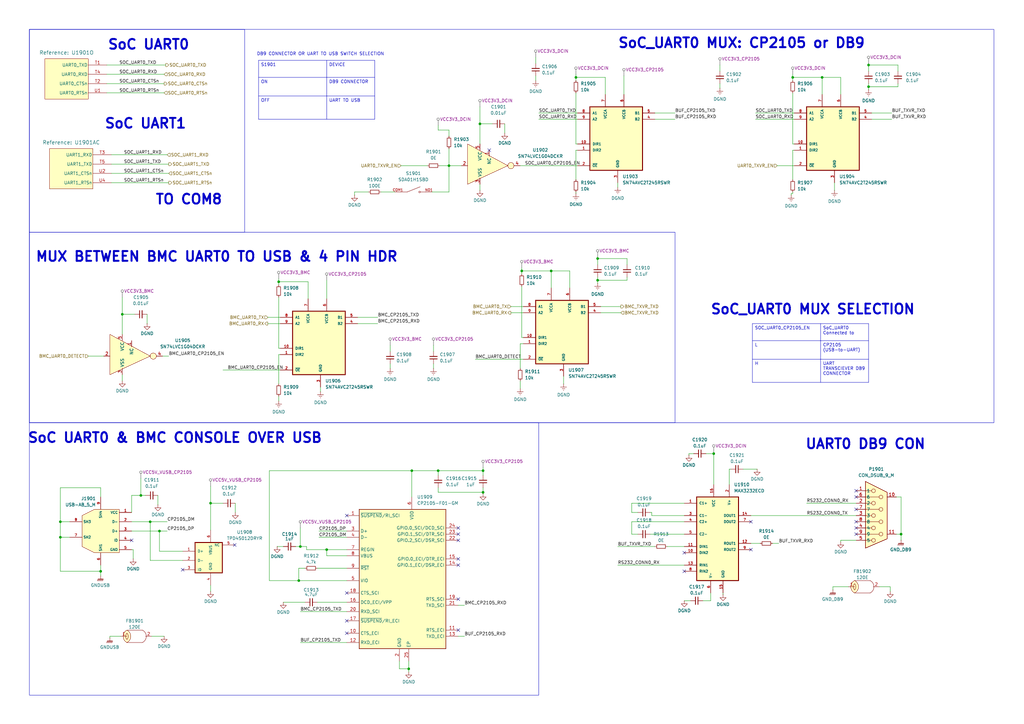
<source format=kicad_sch>
(kicad_sch (version 20250114) (generator "eeschema") (generator_version "9.0")
  (paper "A3")
  (title_block (title "Barre de son (base saine)") (date "2025-05-16") (rev "1.0") (company "NDH"))
  (lib_symbols
    (symbol "Device:C_Small" (pin_numbers (hide yes)) (pin_names (offset 0.254) (hide yes))
      (property "Reference" "C" (at 0.254 1.778 0))
      (property "Value" "C_Small" (at 0.254 -2.032 0))
      (symbol "C_Small_1_1"
        (pin passive line (at 0 2.54 270) (length 2.032) (name "~") (number "1"))
        (pin passive line (at 0 -2.54 90) (length 2.032) (name "~") (number "2"))
      )
    )
    (symbol "Device:R_Small" (pin_numbers (hide yes)) (pin_names (offset 0.254) (hide yes))
      (property "Reference" "R" (at 0.762 0.508 0))
      (property "Value" "R_Small" (at 0.762 -1.016 0))
      (symbol "R_Small_1_1"
        (pin passive line (at 0 2.54 270) (length 0.762) (name "~") (number "1"))
        (pin passive line (at 0 -2.54 90) (length 0.762) (name "~") (number "2"))
      )
    )
    (symbol "Libglobal:66AK2G12ABY100" (pin_names (offset 0.254))
      (property "Reference" "U" (at -46.228 -50.8 0) (show_name))
      (symbol "66AK2G12ABY100_1_1"
        (pin bidirectional line (at -68.58 110.49 0) (length 7.62) (name "DDR3_DQS0_P") (number "AD1"))
        (pin bidirectional line (at -68.58 107.95 0) (length 7.62) (name "DDR3_DQS0_N") (number "AE2"))
        (pin bidirectional line (at -68.58 102.87 0) (length 7.62) (name "DDR3_DQS1_P") (number "AD4"))
        (pin bidirectional line (at -68.58 100.33 0) (length 7.62) (name "DDR3_DQS1_N") (number "AE4"))
        (pin bidirectional line (at -68.58 95.25 0) (length 7.62) (name "DDR3_DQS2_P") (number "AE6"))
        (pin bidirectional line (at -68.58 92.71 0) (length 7.62) (name "DDR3_DQS2_N") (number "AD6"))
        (pin bidirectional line (at -68.58 87.63 0) (length 7.62) (name "DDR3_DQS3_P") (number "AE9"))
        (pin bidirectional line (at -68.58 85.09 0) (length 7.62) (name "DDR3_DQS3_N") (number "AD9"))
        (pin bidirectional line (at -68.58 80.01 0) (length 7.62) (name "DDR3_CBDQS_P") (number "AE12"))
        (pin bidirectional line (at -68.58 77.47 0) (length 7.62) (name "DDR3_CBDQS_N") (number "AD12"))
        (pin tri_state line (at -68.58 72.39 0) (length 7.62) (name "DDR3_DQM0") (number "AB4"))
        (pin tri_state line (at -68.58 69.85 0) (length 7.62) (name "DDR3_DQM1") (number "AA5"))
        (pin tri_state line (at -68.58 67.31 0) (length 7.62) (name "DDR3_DQM2") (number "AC8"))
        (pin tri_state line (at -68.58 64.77 0) (length 7.62) (name "DDR3_DQM3") (number "AA9"))
        (pin bidirectional line (at -68.58 58.42 0) (length 7.62) (name "DDR3_CBDQM") (number "Y11"))
        (pin tri_state line (at -68.58 50.8 0) (length 7.62) (name "DDR3_ODT0") (number "AA13"))
        (pin bidirectional line (at -68.58 48.26 0) (length 7.62) (name "DDR3_ODT1") (number "Y12"))
        (pin bidirectional line (at -68.58 41.91 0) (length 7.62) (name "DDR3_CB00") (number "AA11"))
        (pin bidirectional line (at -68.58 39.37 0) (length 7.62) (name "DDR3_CB01") (number "AB11"))
        (pin bidirectional line (at -68.58 36.83 0) (length 7.62) (name "DDR3_CB02") (number "AC11"))
        (pin bidirectional line (at -68.58 34.29 0) (length 7.62) (name "DDR3_CB03") (number "AC12"))
        (pin tri_state line (at -68.58 27.94 0) (length 7.62) (name "DDR3_CKE0") (number "AB18"))
        (pin bidirectional line (at -68.58 25.4 0) (length 7.62) (name "DDR3_CKE1") (number "AC18"))
        (pin tri_state line (at -68.58 19.05 0) (length 7.62) (name "DDR3_CEn0") (number "AD13"))
        (pin bidirectional line (at -68.58 16.51 0) (length 7.62) (name "DDR3_CEn1") (number "AB12"))
        (pin tri_state line (at -68.58 10.16 0) (length 7.62) (name "DDR_CLK_N") (number "AD24"))
        (pin tri_state line (at -68.58 7.62 0) (length 7.62) (name "DDR_CLK_P") (number "AE24"))
        (pin tri_state line (at -68.58 1.27 0) (length 7.62) (name "DDR3_CLKOUT_P0") (number "AE15"))
        (pin tri_state line (at -68.58 -1.27 0) (length 7.62) (name "DDR3_CLKOUT_N0") (number "AD15"))
        (pin tri_state line (at -68.58 -7.62 0) (length 7.62) (name "DDR3_CLKOUT_P1") (number "AE16"))
        (pin tri_state line (at -68.58 -10.16 0) (length 7.62) (name "DDR3_CLKOUT_N1") (number "AD16"))
        (pin unspecified line (at -68.58 -16.51 0) (length 7.62) (name "DDR3_RZQ0") (number "W12"))
        (pin unspecified line (at -68.58 -19.05 0) (length 7.62) (name "DDR3_RZQ1") (number "V9"))
        (pin tri_state line (at -68.58 -25.4 0) (length 7.62) (name "DDR3_CASn") (number "AC13"))
        (pin tri_state line (at -68.58 -27.94 0) (length 7.62) (name "DDR3_RASn") (number "AE13"))
        (pin tri_state line (at -68.58 -34.29 0) (length 7.62) (name "DDR3_WEn") (number "Y13"))
        (pin tri_state line (at -68.58 -40.64 0) (length 7.62) (name "DDR3_RESETn") (number "Y18"))
        (pin tri_state line (at 2.54 110.49 180) (length 7.62) (name "DDR3_A00") (number "AC15"))
        (pin tri_state line (at 2.54 107.95 180) (length 7.62) (name "DDR3_A01") (number "Y15"))
        (pin tri_state line (at 2.54 105.41 180) (length 7.62) (name "DDR3_A02") (number "AC16"))
        (pin tri_state line (at 2.54 102.87 180) (length 7.62) (name "DDR3_A03") (number "AA15"))
        (pin tri_state line (at 2.54 100.33 180) (length 7.62) (name "DDR3_A04") (number "AB16"))
        (pin tri_state line (at 2.54 97.79 180) (length 7.62) (name "DDR3_A05") (number "AE17"))
        (pin tri_state line (at 2.54 95.25 180) (length 7.62) (name "DDR3_A06") (number "AC14"))
        (pin tri_state line (at 2.54 92.71 180) (length 7.62) (name "DDR3_A07") (number "AB15"))
        (pin tri_state line (at 2.54 90.17 180) (length 7.62) (name "DDR3_A08") (number "AC17"))
        (pin tri_state line (at 2.54 87.63 180) (length 7.62) (name "DDR3_A09") (number "AB17"))
        (pin tri_state line (at 2.54 85.09 180) (length 7.62) (name "DDR3_A10") (number "AB14"))
        (pin tri_state line (at 2.54 82.55 180) (length 7.62) (name "DDR3_A11") (number "AA16"))
        (pin tri_state line (at 2.54 80.01 180) (length 7.62) (name "DDR3_A12") (number "AA17"))
        (pin tri_state line (at 2.54 77.47 180) (length 7.62) (name "DDR3_A13") (number "AA12"))
        (pin tri_state line (at 2.54 74.93 180) (length 7.62) (name "DDR3_A14") (number "Y17"))
        (pin tri_state line (at 2.54 72.39 180) (length 7.62) (name "DDR3_A15") (number "Y16"))
        (pin tri_state line (at 2.54 66.04 180) (length 7.62) (name "DDR3_BA0") (number "AA14"))
        (pin tri_state line (at 2.54 62.23 180) (length 7.62) (name "DDR3_BA1") (number "AB13"))
        (pin tri_state line (at 2.54 58.42 180) (length 7.62) (name "DDR3_BA2") (number "AD17"))
        (pin bidirectional line (at 2.54 52.07 180) (length 7.62) (name "DDR3_D00") (number "AD2"))
        (pin bidirectional line (at 2.54 49.53 180) (length 7.62) (name "DDR3_D01") (number "Y4"))
        (pin bidirectional line (at 2.54 46.99 180) (length 7.62) (name "DDR3_D02") (number "AC3"))
        (pin bidirectional line (at 2.54 44.45 180) (length 7.62) (name "DDR3_D03") (number "AC2"))
        (pin bidirectional line (at 2.54 41.91 180) (length 7.62) (name "DDR3_D04") (number "AE3"))
        (pin bidirectional line (at 2.54 39.37 180) (length 7.62) (name "DDR3_D05") (number "AA4"))
        (pin bidirectional line (at 2.54 36.83 180) (length 7.62) (name "DDR3_D06") (number "AD3"))
        (pin bidirectional line (at 2.54 34.29 180) (length 7.62) (name "DDR3_D07") (number "AB3"))
        (pin bidirectional line (at 2.54 29.21 180) (length 7.62) (name "DDR3_D08") (number "AA6"))
        (pin bidirectional line (at 2.54 26.67 180) (length 7.62) (name "DDR3_D09") (number "Y7"))
        (pin bidirectional line (at 2.54 24.13 180) (length 7.62) (name "DDR3_D10") (number "Y6"))
        (pin bidirectional line (at 2.54 21.59 180) (length 7.62) (name "DDR3_D11") (number "AC5"))
        (pin bidirectional line (at 2.54 19.05 180) (length 7.62) (name "DDR3_D12") (number "AB6"))
        (pin bidirectional line (at 2.54 16.51 180) (length 7.62) (name "DDR3_D13") (number "Y5"))
        (pin bidirectional line (at 2.54 13.97 180) (length 7.62) (name "DDR3_D14") (number "AC4"))
        (pin bidirectional line (at 2.54 11.43 180) (length 7.62) (name "DDR3_D15") (number "AB5"))
        (pin bidirectional line (at 2.54 6.35 180) (length 7.62) (name "DDR3_D16") (number "AB7"))
        (pin bidirectional line (at 2.54 3.81 180) (length 7.62) (name "DDR3_D17") (number "AB8"))
        (pin bidirectional line (at 2.54 1.27 180) (length 7.62) (name "DDR3_D18") (number "AC7"))
        (pin bidirectional line (at 2.54 -1.27 180) (length 7.62) (name "DDR3_D19") (number "AA7"))
        (pin bidirectional line (at 2.54 -3.81 180) (length 7.62) (name "DDR3_D20") (number "AA8"))
        (pin bidirectional line (at 2.54 -6.35 180) (length 7.62) (name "DDR3_D21") (number "AC6"))
        (pin bidirectional line (at 2.54 -8.89 180) (length 7.62) (name "DDR3_D22") (number "AE7"))
        (pin bidirectional line (at 2.54 -11.43 180) (length 7.62) (name "DDR3_D23") (number "AD7"))
        (pin bidirectional line (at 2.54 -16.51 180) (length 7.62) (name "DDR3_D24") (number "AA10"))
        (pin bidirectional line (at 2.54 -19.05 180) (length 7.62) (name "DDR3_D25") (number "AE10"))
        (pin bidirectional line (at 2.54 -21.59 180) (length 7.62) (name "DDR3_D26") (number "AD10"))
        (pin bidirectional line (at 2.54 -24.13 180) (length 7.62) (name "DDR3_D27") (number "AC10"))
        (pin bidirectional line (at 2.54 -26.67 180) (length 7.62) (name "DDR3_D28") (number "AC9"))
        (pin bidirectional line (at 2.54 -29.21 180) (length 7.62) (name "DDR3_D29") (number "AB10"))
        (pin bidirectional line (at 2.54 -31.75 180) (length 7.62) (name "DDR3_D30") (number "AB9"))
        (pin bidirectional line (at 2.54 -34.29 180) (length 7.62) (name "DDR3_D31") (number "Y8"))
      )
      (symbol "66AK2G12ABY100_2_1"
        (pin bidirectional line (at -6.35 44.45 180) (length 7.62) (name "DSS_DATA0") (number "V22"))
        (pin bidirectional line (at -6.35 41.91 180) (length 7.62) (name "DSS_DATA1") (number "U21"))
        (pin bidirectional line (at -6.35 39.37 180) (length 7.62) (name "DSS_DATA2") (number "W22"))
        (pin bidirectional line (at -6.35 36.83 180) (length 7.62) (name "DSS_DATA3") (number "V23"))
        (pin bidirectional line (at -6.35 34.29 180) (length 7.62) (name "DSS_DATA4") (number "U23"))
        (pin bidirectional line (at -6.35 31.75 180) (length 7.62) (name "DSS_DATA5") (number "V24"))
        (pin bidirectional line (at -6.35 29.21 180) (length 7.62) (name "DSS_DATA6") (number "T21"))
        (pin bidirectional line (at -6.35 26.67 180) (length 7.62) (name "DSS_DATA7") (number "U22"))
        (pin bidirectional line (at -6.35 24.13 180) (length 7.62) (name "DSS_DATA8") (number "T22"))
        (pin bidirectional line (at -6.35 21.59 180) (length 7.62) (name "DSS_DATA9") (number "R21"))
        (pin bidirectional line (at -6.35 19.05 180) (length 7.62) (name "DSS_DATA10") (number "U24"))
        (pin bidirectional line (at -6.35 16.51 180) (length 7.62) (name "DSS_DATA11") (number "V25"))
        (pin bidirectional line (at -6.35 13.97 180) (length 7.62) (name "DSS_DATA12") (number "T24"))
        (pin bidirectional line (at -6.35 11.43 180) (length 7.62) (name "DSS_DATA13") (number "P21"))
        (pin bidirectional line (at -6.35 8.89 180) (length 7.62) (name "DSS_DATA14") (number "U25"))
        (pin bidirectional line (at -6.35 6.35 180) (length 7.62) (name "DSS_DATA15") (number "R22"))
        (pin bidirectional line (at -6.35 3.81 180) (length 7.62) (name "DSS_DATA16") (number "P23"))
        (pin bidirectional line (at -6.35 1.27 180) (length 7.62) (name "DSS_DATA17") (number "R24"))
        (pin bidirectional line (at -6.35 -1.27 180) (length 7.62) (name "DSS_DATA18") (number "N22"))
        (pin bidirectional line (at -6.35 -3.81 180) (length 7.62) (name "DSS_DATA19") (number "T25"))
        (pin bidirectional line (at -6.35 -6.35 180) (length 7.62) (name "DSS_DATA20") (number "N24"))
        (pin bidirectional line (at -6.35 -8.89 180) (length 7.62) (name "DSS_DATA21") (number "P24"))
        (pin bidirectional line (at -6.35 -11.43 180) (length 7.62) (name "DSS_DATA22") (number "P25"))
        (pin bidirectional line (at -6.35 -13.97 180) (length 7.62) (name "DSS_DATA23") (number "N23"))
        (pin bidirectional line (at -6.35 -20.32 180) (length 7.62) (name "DSS_VSYNC") (number "R25"))
        (pin bidirectional line (at -6.35 -24.13 180) (length 7.62) (name "DSS_HSYNC") (number "P22"))
        (pin bidirectional line (at -6.35 -27.94 180) (length 7.62) (name "DSS_PCLK") (number "N25"))
        (pin bidirectional line (at -6.35 -31.75 180) (length 7.62) (name "DSS_FID") (number "L25"))
        (pin bidirectional line (at -6.35 -35.56 180) (length 7.62) (name "DSS_DE") (number "M25"))
        (pin bidirectional line (at -6.35 -41.91 180) (length 7.62) (name "PR1_MDIO_DATA") (number "E18"))
      )
      (symbol "66AK2G12ABY100_3_1"
        (pin bidirectional line (at 1.27 71.12 180) (length 7.62) (name "PR1_PRU1_GPO0/PR1_PRU1_GPI0/GPIO1_26") (number "A14"))
        (pin bidirectional line (at 1.27 66.04 180) (length 7.62) (name "PR1_PRU1_GPO1/PR1_PRU1_GPI1/GPIO1_27") (number "B14"))
        (pin bidirectional line (at 1.27 60.96 180) (length 7.62) (name "PR1_PRU1_GPO2/PR1_PRU1_GPI2/GPIO1_28") (number "C14"))
        (pin bidirectional line (at 1.27 55.88 180) (length 7.62) (name "PR1_PRU1_GPO3/PR1_PRU1_GPI3/GPIO1_29") (number "E14"))
        (pin bidirectional line (at 1.27 50.8 180) (length 7.62) (name "PR1_PRU1_GPO4/PR1_PRU1_GPI4/GPIO1_30") (number "D14"))
        (pin bidirectional line (at 1.27 45.72 180) (length 7.62) (name "PR1_PRU1_GPO5/PR1_PRU1_GPI5/GPIO1_31") (number "A15"))
        (pin bidirectional line (at 1.27 40.64 180) (length 7.62) (name "PR1_PRU1_GPO6/PR1_PRU1_GPI6/GPIO1_32") (number "F14"))
        (pin bidirectional line (at 1.27 35.56 180) (length 7.62) (name "PR1_PRU1_GPO7/PR1_PRU1_GPI7/GPIO1_33") (number "B15"))
        (pin bidirectional line (at 1.27 30.48 180) (length 7.62) (name "PR1_PRU1_GPO8/PR1_PRU1_GPI8/GPIO1_34") (number "C15"))
        (pin bidirectional line (at 1.27 25.4 180) (length 7.62) (name "PR1_PRU1_GPO15/PR1_PRU1_GPI15/GPIO1_41") (number "C18"))
        (pin bidirectional line (at 1.27 19.05 180) (length 7.62) (name "PR1_PRU1_GPO16/PR1_PRU1_GPI16/GPIO1_42") (number "D16"))
        (pin bidirectional line (at 1.27 8.89 180) (length 7.62) (name "GPMC_BEn1/GPIO0_21") (number "AB24"))
        (pin bidirectional line (at 1.27 3.81 180) (length 7.62) (name "GPMC_CLK/GPIO0_16") (number "AB23"))
        (pin bidirectional line (at 1.27 -5.08 180) (length 7.62) (name "MII_RXER/RMII_RXER/GPIO0_82") (number "F23"))
        (pin bidirectional line (at 1.27 -11.43 180) (length 7.62) (name "MII_COL/GPIO0_83") (number "B25"))
        (pin bidirectional line (at 1.27 -17.78 180) (length 7.62) (name "MII_CRS/RMII_CRS_DV/GPIO0_84") (number "G22"))
        (pin bidirectional line (at 1.27 -29.21 180) (length 7.62) (name "SPI3_SCSn1/PR0_UART0_RXD/GPIO0_87") (number "E25"))
        (pin bidirectional line (at 1.27 -36.83 180) (length 7.62) (name "SPI1_SCSn1/GPIO0_100") (number "N3"))
      )
      (symbol "66AK2G12ABY100_4_1"
        (pin bidirectional line (at -15.24 -25.4 180) (length 7.62) (name "SPI0_SOMI") (number "M1"))
        (pin bidirectional line (at -15.24 -30.48 180) (length 7.62) (name "SPI0_SIMO") (number "N4"))
        (pin bidirectional line (at -15.24 -35.56 180) (length 7.62) (name "SPI0_CLK") (number "M2"))
        (pin bidirectional line (at -15.24 -40.64 180) (length 7.62) (name "SPI0_SCSn0") (number "M3"))
        (pin bidirectional line (at -15.24 -45.72 180) (length 7.62) (name "SPI0_SCSn1") (number "M4"))
      )
      (symbol "66AK2G12ABY100_5_1"
        (pin bidirectional line (at -7.62 31.75 180) (length 7.62) (name "GPMC_AD0") (number "AC21"))
        (pin bidirectional line (at -7.62 29.21 180) (length 7.62) (name "GPMC_AD1") (number "AE20"))
        (pin bidirectional line (at -7.62 26.67 180) (length 7.62) (name "GPMC_AD2") (number "AD22"))
        (pin bidirectional line (at -7.62 24.13 180) (length 7.62) (name "GPMC_AD3") (number "AD20"))
        (pin bidirectional line (at -7.62 21.59 180) (length 7.62) (name "GPMC_AD4") (number "AE21"))
        (pin bidirectional line (at -7.62 19.05 180) (length 7.62) (name "GPMC_AD5") (number "AE22"))
        (pin bidirectional line (at -7.62 16.51 180) (length 7.62) (name "GPMC_AD6") (number "AC20"))
        (pin bidirectional line (at -7.62 13.97 180) (length 7.62) (name "GPMC_AD7") (number "AD21"))
        (pin bidirectional line (at -7.62 11.43 180) (length 7.62) (name "GPMC_AD8") (number "AE23"))
        (pin bidirectional line (at -7.62 8.89 180) (length 7.62) (name "GPMC_AD9") (number "AB20"))
        (pin bidirectional line (at -7.62 6.35 180) (length 7.62) (name "GPMC_AD10") (number "AA20"))
        (pin bidirectional line (at -7.62 3.81 180) (length 7.62) (name "GPMC_AD11") (number "AD23"))
        (pin bidirectional line (at -7.62 1.27 180) (length 7.62) (name "GPMC_AD12") (number "AA21"))
        (pin bidirectional line (at -7.62 -1.27 180) (length 7.62) (name "GPMC_AD13") (number "AB21"))
        (pin bidirectional line (at -7.62 -3.81 180) (length 7.62) (name "GPMC_AD14") (number "AB22"))
        (pin bidirectional line (at -7.62 -6.35 180) (length 7.62) (name "GPMC_AD15") (number "AA22"))
        (pin bidirectional line (at -7.62 -16.51 180) (length 7.62) (name "GPMC_ADVn_ALE") (number "AC23"))
        (pin bidirectional line (at -7.62 -19.05 180) (length 7.62) (name "GPMC_OEn_REn") (number "AC22"))
        (pin bidirectional line (at -7.62 -21.59 180) (length 7.62) (name "GPMC_WEn") (number "Y22"))
        (pin bidirectional line (at -7.62 -24.13 180) (length 7.62) (name "GPMC_BEn0_CLE") (number "AC24"))
        (pin bidirectional line (at -7.62 -26.67 180) (length 7.62) (name "GPMC_WAIT0") (number "Y24"))
        (pin bidirectional line (at -7.62 -36.83 180) (length 7.62) (name "GPMC_WPn") (number "W25"))
        (pin bidirectional line (at -7.62 -43.18 180) (length 7.62) (name "GPMC_CSn0") (number "AB25"))
      )
      (symbol "66AK2G12ABY100_6_1"
        (pin bidirectional line (at -11.43 8.89 180) (length 7.62) (name "MMC1_DAT0") (number "H3"))
        (pin bidirectional line (at -11.43 3.81 180) (length 7.62) (name "MMC1_DAT1") (number "F5"))
        (pin bidirectional line (at -11.43 -1.27 180) (length 7.62) (name "MMC1_DAT2") (number "J5"))
        (pin bidirectional line (at -11.43 -6.35 180) (length 7.62) (name "MMC1_DAT3") (number "H4"))
        (pin bidirectional line (at -11.43 -11.43 180) (length 7.62) (name "MMC1_DAT4") (number "E3"))
        (pin bidirectional line (at -11.43 -13.97 180) (length 7.62) (name "MMC1_DAT5") (number "G4"))
        (pin bidirectional line (at -11.43 -16.51 180) (length 7.62) (name "MMC1_DAT6") (number "F4"))
        (pin bidirectional line (at -11.43 -19.05 180) (length 7.62) (name "MMC1_DAT7") (number "G5"))
        (pin bidirectional line (at -11.43 -24.13 180) (length 7.62) (name "MMC1_CLK") (number "J4"))
        (pin bidirectional line (at -11.43 -29.21 180) (length 7.62) (name "MMC1_CMD") (number "J2"))
        (pin bidirectional line (at -11.43 -34.29 180) (length 7.62) (name "MMC1_POW") (number "K2"))
        (pin bidirectional line (at -11.43 -36.83 180) (length 7.62) (name "MMC1_SDCD") (number "J3"))
        (pin bidirectional line (at -11.43 -43.18 180) (length 7.62) (name "MMC1_SDWP") (number "K3"))
      )
      (symbol "66AK2G12ABY100_7_1"
        (pin bidirectional line (at -13.97 29.21 180) (length 7.62) (name "MII_TXD0") (number "G23"))
        (pin bidirectional line (at -13.97 24.13 180) (length 7.62) (name "MII_TXD1") (number "G24"))
        (pin bidirectional line (at -13.97 19.05 180) (length 7.62) (name "MII_TXD2") (number "G25"))
        (pin bidirectional line (at -13.97 13.97 180) (length 7.62) (name "MII_TXD3") (number "D25"))
        (pin bidirectional line (at -13.97 6.35 180) (length 7.62) (name "MII_TXCLK") (number "C25"))
        (pin bidirectional line (at -13.97 1.27 180) (length 7.62) (name "MII_TXEN") (number "H25"))
        (pin bidirectional line (at -13.97 -6.35 180) (length 7.62) (name "MDIO_CLK") (number "U3"))
        (pin bidirectional line (at -13.97 -10.16 180) (length 7.62) (name "MDIO_DATA") (number "V3"))
        (pin bidirectional line (at -13.97 -17.78 180) (length 7.62) (name "MII_RXCLK") (number "A22"))
        (pin bidirectional line (at -13.97 -22.86 180) (length 7.62) (name "MII_RXDV") (number "A24"))
        (pin bidirectional line (at -13.97 -30.48 180) (length 7.62) (name "MII_RXD0") (number "B24"))
        (pin bidirectional line (at -13.97 -35.56 180) (length 7.62) (name "MII_RXD1") (number "C23"))
        (pin bidirectional line (at -13.97 -40.64 180) (length 7.62) (name "MII_RXD2") (number "B23"))
        (pin bidirectional line (at -13.97 -45.72 180) (length 7.62) (name "MII_RXD3") (number "F22"))
      )
      (symbol "66AK2G12ABY100_8_1"
        (pin input line (at -10.16 -5.08 180) (length 7.62) (name "NMIn") (number "W1"))
        (pin input line (at -10.16 -10.16 180) (length 7.62) (name "PORn") (number "AA3"))
        (pin input line (at -10.16 -15.24 180) (length 7.62) (name "LRESETNMIENn") (number "V1"))
        (pin input line (at -10.16 -20.32 180) (length 7.62) (name "LRESETn") (number "V2"))
        (pin input line (at -10.16 -25.4 180) (length 7.62) (name "RESETn") (number "W3"))
        (pin input line (at -10.16 -30.48 180) (length 7.62) (name "RESETFULLn") (number "W2"))
        (pin output line (at -10.16 -38.1 180) (length 7.62) (name "RESETSTATn") (number "Y2"))
        (pin tri_state line (at -10.16 -45.72 180) (length 7.62) (name "BOOTCOMPLETE") (number "Y3"))
      )
      (symbol "66AK2G12ABY100_9_1"
        (pin input line (at -69.85 8.89 0) (length 7.62) (name "AUDOSC_IN") (number "C17"))
        (pin output line (at -69.85 3.81 0) (length 7.62) (name "AUDOSC_OUT") (number "A17"))
        (pin power_in line (at -69.85 -1.27 0) (length 7.62) (name "VSS_OSC_AUDIO") (number "B17"))
        (pin output line (at -69.85 -12.7 0) (length 7.62) (name "USB1_XO") (number "C20"))
        (pin output line (at -69.85 -17.78 0) (length 7.62) (name "USB0_XO") (number "D19"))
        (pin tri_state line (at -69.85 -26.67 0) (length 7.62) (name "OBSPLL_LOCK") (number "N5"))
        (pin output line (at -69.85 -30.48 0) (length 7.62) (name "OBSCLK_P") (number "K1"))
        (pin output line (at -69.85 -34.29 0) (length 7.62) (name "OBSCLK_N") (number "L1"))
        (pin output line (at -69.85 -44.45 0) (length 7.62) (name "RMII_REFCLK/PR0_eCAP0_eCAP_SYNCOUT") (number "D24"))
        (pin input line (at 6.35 8.89 180) (length 7.62) (name "SYSOSC_IN") (number "AC19"))
        (pin output line (at 6.35 3.81 180) (length 7.62) (name "SYSOSC_OUT") (number "AE19"))
        (pin power_in line (at 6.35 -1.27 180) (length 7.62) (name "VSS_OSC_SYS") (number "AD19"))
        (pin input line (at 6.35 -10.16 180) (length 7.62) (name "SYSCLK_P") (number "AD25"))
        (pin input line (at 6.35 -15.24 180) (length 7.62) (name "SYSCLK_N") (number "AC25"))
        (pin input line (at 6.35 -24.13 180) (length 7.62) (name "SYSCLKSEL") (number "R1"))
        (pin tri_state line (at 6.35 -30.48 180) (length 7.62) (name "SYSCLKOUT") (number "M21"))
        (pin input line (at 6.35 -39.37 180) (length 7.62) (name "CPTS_REFCLK_P") (number "K21"))
        (pin input line (at 6.35 -44.45 180) (length 7.62) (name "CPTS_REFCLK_N") (number "L21"))
      )
      (symbol "66AK2G12ABY100_10_1"
        (pin input line (at -17.78 -17.78 180) (length 7.62) (name "TDI") (number "L5"))
        (pin tri_state line (at -17.78 -21.59 180) (length 7.62) (name "TDO") (number "K5"))
        (pin input line (at -17.78 -25.4 180) (length 7.62) (name "TCK") (number "L3"))
        (pin input line (at -17.78 -29.21 180) (length 7.62) (name "TMS") (number "K4"))
        (pin input line (at -17.78 -33.02 180) (length 7.62) (name "TRSTn") (number "L4"))
        (pin bidirectional line (at -17.78 -39.37 180) (length 7.62) (name "EMU00") (number "M22"))
        (pin bidirectional line (at -17.78 -45.72 180) (length 7.62) (name "EMU01") (number "L22"))
      )
      (symbol "66AK2G12ABY100_11_1"
        (pin bidirectional line (at -10.16 5.08 180) (length 7.62) (name "MLBP_DAT_P") (number "K23"))
        (pin bidirectional line (at -10.16 0 180) (length 7.62) (name "MLBP_DAT_N") (number "K22"))
        (pin bidirectional line (at -10.16 -6.35 180) (length 7.62) (name "MLBP_SIG_P") (number "L24"))
        (pin bidirectional line (at -10.16 -11.43 180) (length 7.62) (name "MLBP_SIG_N") (number "M24"))
        (pin input line (at -10.16 -19.05 180) (length 7.62) (name "MLBP_CLK_P") (number "M23"))
        (pin input line (at -10.16 -24.13 180) (length 7.62) (name "MLBP_CLK_N") (number "L23"))
        (pin bidirectional line (at -10.16 -34.29 180) (length 7.62) (name "GPMC_WAIT1") (number "AA24"))
        (pin bidirectional line (at -10.16 -39.37 180) (length 7.62) (name "GPMC_DIR") (number "AA25"))
        (pin bidirectional line (at -10.16 -44.45 180) (length 7.62) (name "GPMC_CSn1") (number "W24"))
      )
      (symbol "66AK2G12ABY100_12_1"
        (pin bidirectional line (at -13.97 -13.97 180) (length 7.62) (name "USB1_DP") (number "B20"))
        (pin bidirectional line (at -13.97 -17.78 180) (length 7.62) (name "USB1_DM") (number "A20"))
        (pin unspecified line (at -13.97 -25.4 180) (length 7.62) (name "USB1_ID") (number "E20"))
        (pin unspecified line (at -13.97 -30.48 180) (length 7.62) (name "USB1_VBUS") (number "A21"))
        (pin tri_state line (at -13.97 -38.1 180) (length 7.62) (name "USB1_DRVVBUS") (number "B21"))
        (pin unspecified line (at -13.97 -45.72 180) (length 7.62) (name "USB1_TXRTUNE_RKELVIN") (number "D20"))
      )
      (symbol "66AK2G12ABY100_13_1"
        (pin bidirectional line (at -16.51 -38.1 180) (length 7.62) (name "I2C0_SCL") (number "U5"))
        (pin bidirectional line (at -16.51 -45.72 180) (length 7.62) (name "I2C0_SDA") (number "W5"))
      )
      (symbol "66AK2G12ABY100_14_1"
        (pin bidirectional line (at -7.62 -7.62 180) (length 7.62) (name "QSPI_D0") (number "J23"))
        (pin bidirectional line (at -7.62 -11.43 180) (length 7.62) (name "QSPI_D1") (number "J22"))
        (pin bidirectional line (at -7.62 -15.24 180) (length 7.62) (name "QSPI_D2") (number "J21"))
        (pin bidirectional line (at -7.62 -19.05 180) (length 7.62) (name "QSPI_D3") (number "J24"))
        (pin bidirectional line (at -7.62 -25.4 180) (length 7.62) (name "QSPI_CSn0") (number "J25"))
        (pin bidirectional line (at -7.62 -31.75 180) (length 7.62) (name "QSPI_CLK") (number "K25"))
        (pin bidirectional line (at -7.62 -38.1 180) (length 7.62) (name "QSPI_RCLK") (number "K24"))
        (pin bidirectional line (at -7.62 -45.72 180) (length 7.62) (name "QSPI_CSn1") (number "H23"))
      )
      (symbol "66AK2G12ABY100_15_1"
        (pin tri_state line (at -15.24 -34.29 180) (length 7.62) (name "UART0_TXD") (number "T1"))
        (pin input line (at -15.24 -38.1 180) (length 7.62) (name "UART0_RXD") (number "T4"))
        (pin bidirectional line (at -15.24 -41.91 180) (length 7.62) (name "UART0_CTSn") (number "T2"))
        (pin bidirectional line (at -15.24 -45.72 180) (length 7.62) (name "UART0_RTSn") (number "U1"))
      )
      (symbol "66AK2G12ABY100_16_1"
        (pin output line (at -13.97 -6.35 180) (length 7.62) (name "PCIE_TXP0") (number "G1"))
        (pin output line (at -13.97 -11.43 180) (length 7.62) (name "PCIE_TXN0") (number "H1"))
        (pin input line (at -13.97 -19.05 180) (length 7.62) (name "PCIE_RXP0") (number "E1"))
        (pin input line (at -13.97 -24.13 180) (length 7.62) (name "PCIE_RXN0") (number "D1"))
        (pin input line (at -13.97 -31.75 180) (length 7.62) (name "PCIE_CLK_P") (number "G2"))
        (pin input line (at -13.97 -35.56 180) (length 7.62) (name "PCIE_CLK_N") (number "F2"))
        (pin unspecified line (at -13.97 -43.18 180) (length 7.62) (name "PCIE_REFRES") (number "H7"))
      )
      (symbol "66AK2G12ABY100_17_1"
        (pin bidirectional line (at -8.89 -30.48 180) (length 7.62) (name "DCAN0_TX") (number "P5"))
        (pin bidirectional line (at -8.89 -35.56 180) (length 7.62) (name "DCAN0_RX") (number "R5"))
        (pin bidirectional line (at -8.89 -43.18 180) (length 7.62) (name "QSPI_CSn2") (number "H22"))
        (pin bidirectional line (at -8.89 -46.99 180) (length 7.62) (name "QSPI_CSn3") (number "H21"))
      )
      (symbol "66AK2G12ABY100_18_1"
        (pin bidirectional line (at -6.35 3.81 180) (length 7.62) (name "eHRPWM3_A") (number "A23"))
        (pin bidirectional line (at -6.35 0 180) (length 7.62) (name "eHRPWM3_B") (number "B22"))
        (pin bidirectional line (at -6.35 -3.81 180) (length 7.62) (name "MII_TXER") (number "H24"))
        (pin bidirectional line (at -6.35 -7.62 180) (length 7.62) (name "eHRPWM3_SYNCO") (number "D23"))
        (pin bidirectional line (at -6.35 -11.43 180) (length 7.62) (name "eHRPWM3_SYNCI") (number "C22"))
        (pin bidirectional line (at -6.35 -17.78 180) (length 7.62) (name "PR1_PRU0_GPO18") (number "D12"))
        (pin bidirectional line (at -6.35 -21.59 180) (length 7.62) (name "PR1_PRU0_GPO19") (number "D13"))
        (pin bidirectional line (at -6.35 -25.4 180) (length 7.62) (name "PR1_PRU0_GPO17") (number "E13"))
        (pin bidirectional line (at -6.35 -31.75 180) (length 7.62) (name "PR1_PRU1_GPO18") (number "E17"))
        (pin bidirectional line (at -6.35 -35.56 180) (length 7.62) (name "PR1_PRU1_GPO19") (number "E16"))
        (pin bidirectional line (at -6.35 -39.37 180) (length 7.62) (name "PR1_PRU1_GPO17") (number "F16"))
        (pin bidirectional line (at -6.35 -45.72 180) (length 7.62) (name "PR1_MDIO_MDCLK") (number "D18"))
      )
      (symbol "66AK2G12ABY100_19_1"
        (pin unspecified line (at -8.89 -3.81 180) (length 7.62) (name "RSV1") (number "AA19"))
        (pin input line (at -8.89 -7.62 180) (length 7.62) (name "RSV2") (number "AB19"))
        (pin unspecified line (at -8.89 -11.43 180) (length 7.62) (name "RSV3") (number "Y20"))
        (pin unspecified line (at -8.89 -15.24 180) (length 7.62) (name "RSV4") (number "W19"))
        (pin unspecified line (at -8.89 -19.05 180) (length 7.62) (name "RSV5") (number "D2"))
        (pin input line (at -8.89 -22.86 180) (length 7.62) (name "RSV6") (number "L2"))
        (pin unspecified line (at -8.89 -26.67 180) (length 7.62) (name "RSV7") (number "G3"))
        (pin unspecified line (at -8.89 -30.48 180) (length 7.62) (name "RSV8") (number "F18"))
        (pin unspecified line (at -8.89 -34.29 180) (length 7.62) (name "RSV9") (number "H2"))
        (pin tri_state line (at -8.89 -38.1 180) (length 7.62) (name "RSV10") (number "AA18"))
        (pin tri_state line (at -8.89 -41.91 180) (length 7.62) (name "RSV11") (number "Y19"))
        (pin unspecified line (at -8.89 -45.72 180) (length 7.62) (name "RSV12") (number "Y14"))
      )
      (symbol "66AK2G12ABY100_20_1"
        (pin power_in line (at -57.15 46.99 0) (length 7.62) (name "CVDD") (number "N14"))
        (pin power_in line (at -57.15 43.18 0) (length 7.62) (name "CVDD") (number "N12"))
        (pin power_in line (at -57.15 39.37 0) (length 7.62) (name "CVDD") (number "N10"))
        (pin power_in line (at -57.15 35.56 0) (length 7.62) (name "CVDD") (number "M17"))
        (pin power_in line (at -57.15 31.75 0) (length 7.62) (name "CVDD") (number "M15"))
        (pin power_in line (at -57.15 27.94 0) (length 7.62) (name "CVDD") (number "M13"))
        (pin power_in line (at -57.15 24.13 0) (length 7.62) (name "CVDD") (number "M11"))
        (pin power_in line (at -57.15 20.32 0) (length 7.62) (name "CVDD") (number "M9"))
        (pin power_in line (at -57.15 16.51 0) (length 7.62) (name "CVDD") (number "L18"))
        (pin power_in line (at -57.15 12.7 0) (length 7.62) (name "CVDD") (number "L16"))
        (pin power_in line (at -57.15 8.89 0) (length 7.62) (name "CVDD") (number "L14"))
        (pin power_in line (at -57.15 5.08 0) (length 7.62) (name "CVDD") (number "L12"))
        (pin power_in line (at -57.15 1.27 0) (length 7.62) (name "CVDD") (number "L10"))
        (pin power_in line (at -57.15 -2.54 0) (length 7.62) (name "CVDD") (number "K17"))
        (pin power_in line (at -57.15 -6.35 0) (length 7.62) (name "CVDD") (number "K15"))
        (pin power_in line (at -57.15 -10.16 0) (length 7.62) (name "CVDD") (number "K13"))
        (pin power_in line (at -57.15 -13.97 0) (length 7.62) (name "CVDD") (number "K11"))
        (pin power_in line (at -57.15 -17.78 0) (length 7.62) (name "CVDD") (number "K9"))
        (pin power_in line (at -57.15 -21.59 0) (length 7.62) (name "CVDD") (number "J16"))
        (pin power_in line (at -57.15 -29.21 0) (length 7.62) (name "CVDD1") (number "T13"))
        (pin power_in line (at -57.15 -33.02 0) (length 7.62) (name "CVDD1") (number "N18"))
        (pin power_in line (at -57.15 -36.83 0) (length 7.62) (name "CVDD1") (number "N8"))
        (pin power_in line (at -57.15 -40.64 0) (length 7.62) (name "CVDD1") (number "J12"))
        (pin power_in line (at -57.15 -44.45 0) (length 7.62) (name "CVDD1") (number "M5"))
        (pin power_in line (at -6.35 46.99 180) (length 7.62) (name "CVDD") (number "N16"))
        (pin power_in line (at -6.35 43.18 180) (length 7.62) (name "CVDD") (number "P9"))
        (pin power_in line (at -6.35 39.37 180) (length 7.62) (name "CVDD") (number "P11"))
        (pin power_in line (at -6.35 35.56 180) (length 7.62) (name "CVDD") (number "P13"))
        (pin power_in line (at -6.35 31.75 180) (length 7.62) (name "CVDD") (number "P15"))
        (pin power_in line (at -6.35 27.94 180) (length 7.62) (name "CVDD") (number "P17"))
        (pin power_in line (at -6.35 24.13 180) (length 7.62) (name "CVDD") (number "R8"))
        (pin power_in line (at -6.35 20.32 180) (length 7.62) (name "CVDD") (number "R10"))
        (pin power_in line (at -6.35 16.51 180) (length 7.62) (name "CVDD") (number "R12"))
        (pin power_in line (at -6.35 12.7 180) (length 7.62) (name "CVDD") (number "R14"))
        (pin power_in line (at -6.35 8.89 180) (length 7.62) (name "CVDD") (number "R16"))
        (pin power_in line (at -6.35 5.08 180) (length 7.62) (name "CVDD") (number "R18"))
        (pin power_in line (at -6.35 1.27 180) (length 7.62) (name "CVDD") (number "T9"))
        (pin power_in line (at -6.35 -2.54 180) (length 7.62) (name "CVDD") (number "T11"))
        (pin power_in line (at -6.35 -6.35 180) (length 7.62) (name "CVDD") (number "T15"))
        (pin power_in line (at -6.35 -10.16 180) (length 7.62) (name "CVDD") (number "T17"))
        (pin power_in line (at -6.35 -13.97 180) (length 7.62) (name "CVDD") (number "U16"))
        (pin power_in line (at -6.35 -17.78 180) (length 7.62) (name "CVDD") (number "J10"))
        (pin power_in line (at -6.35 -21.59 180) (length 7.62) (name "CVDD") (number "J14"))
      )
      (symbol "66AK2G12ABY100_21_1"
        (pin power_in line (at -2.54 50.8 180) (length 7.62) (name "DVDD33") (number "H9"))
        (pin power_in line (at -2.54 46.99 180) (length 7.62) (name "DVDD33") (number "AA23"))
        (pin power_in line (at -2.54 43.18 180) (length 7.62) (name "DVDD33") (number "E23"))
        (pin power_in line (at -2.54 39.37 180) (length 7.62) (name "DVDD33") (number "F21"))
        (pin power_in line (at -2.54 35.56 180) (length 7.62) (name "DVDD33") (number "G20"))
        (pin power_in line (at -2.54 31.75 180) (length 7.62) (name "DVDD33") (number "J20"))
        (pin power_in line (at -2.54 27.94 180) (length 7.62) (name "DVDD33") (number "P19"))
        (pin power_in line (at -2.54 24.13 180) (length 7.62) (name "DVDD33") (number "R20"))
        (pin power_in line (at -2.54 20.32 180) (length 7.62) (name "DVDD33") (number "T19"))
        (pin power_in line (at -2.54 16.51 180) (length 7.62) (name "DVDD33") (number "U20"))
        (pin power_in line (at -2.54 12.7 180) (length 7.62) (name "DVDD33") (number "V21"))
        (pin power_in line (at -2.54 8.89 180) (length 7.62) (name "DVDD33") (number "F7"))
        (pin power_in line (at -2.54 5.08 180) (length 7.62) (name "DVDD33") (number "F11"))
        (pin power_in line (at -2.54 1.27 180) (length 7.62) (name "DVDD33") (number "F15"))
        (pin power_in line (at -2.54 -2.54 180) (length 7.62) (name "DVDD33") (number "G12"))
        (pin power_in line (at -2.54 -6.35 180) (length 7.62) (name "DVDD33") (number "G16"))
        (pin power_in line (at -2.54 -10.16 180) (length 7.62) (name "DVDD33") (number "H11"))
        (pin power_in line (at -2.54 -13.97 180) (length 7.62) (name "DVDD33") (number "H13"))
        (pin power_in line (at -2.54 -17.78 180) (length 7.62) (name "DVDD33") (number "H15"))
        (pin power_in line (at -2.54 -21.59 180) (length 7.62) (name "DVDD33") (number "P7"))
        (pin power_in line (at -2.54 -25.4 180) (length 7.62) (name "DVDD33") (number "R6"))
        (pin power_in line (at -2.54 -29.21 180) (length 7.62) (name "DVDD33") (number "T23"))
        (pin power_in line (at -2.54 -33.02 180) (length 7.62) (name "DVDD33") (number "T7"))
        (pin power_in line (at -2.54 -40.64 180) (length 7.62) (name "DVDD33_USB") (number "H17"))
        (pin power_in line (at -2.54 -43.18 180) (length 7.62) (name "DVDD33_USB") (number "G18"))
      )
      (symbol "66AK2G12ABY100_22_1"
        (pin power_in line (at -67.31 15.24 0) (length 7.62) (name "DVDD18") (number "F17"))
        (pin power_in line (at -67.31 12.7 0) (length 7.62) (name "DVDD18") (number "L20"))
        (pin power_in line (at -67.31 10.16 0) (length 7.62) (name "DVDD18") (number "K19"))
        (pin power_in line (at -67.31 7.62 0) (length 7.62) (name "DVDD18") (number "M7"))
        (pin power_in line (at -67.31 5.08 0) (length 7.62) (name "DVDD18") (number "L6"))
        (pin power_in line (at -67.31 2.54 0) (length 7.62) (name "DVDD18") (number "W6"))
        (pin power_in line (at -67.31 0 0) (length 7.62) (name "DVDD18") (number "U6"))
        (pin power_in line (at -67.31 -2.54 0) (length 7.62) (name "DVDD18") (number "U18"))
        (pin power_in line (at -67.31 -5.08 0) (length 7.62) (name "DVDD18") (number "V19"))
        (pin power_in line (at -67.31 -7.62 0) (length 7.62) (name "DVDD18") (number "J6"))
        (pin power_in line (at -67.31 -10.16 0) (length 7.62) (name "DVDD18") (number "H5"))
        (pin power_in line (at -67.31 -13.97 0) (length 7.62) (name "DVDD18") (number "G6"))
        (pin power_in line (at -67.31 -16.51 0) (length 7.62) (name "DVDD18") (number "F19"))
        (pin power_in line (at 1.27 15.24 180) (length 7.62) (name "DVDD_DDR") (number "AD5"))
        (pin power_in line (at 1.27 12.7 180) (length 7.62) (name "DVDD_DDR") (number "AD11"))
        (pin power_in line (at 1.27 10.16 180) (length 7.62) (name "DVDD_DDR") (number "AD18"))
        (pin power_in line (at 1.27 7.62 180) (length 7.62) (name "DVDD_DDR") (number "U8"))
        (pin power_in line (at 1.27 5.08 180) (length 7.62) (name "DVDD_DDR") (number "U10"))
        (pin power_in line (at 1.27 2.54 180) (length 7.62) (name "DVDD_DDR") (number "U12"))
        (pin power_in line (at 1.27 0 180) (length 7.62) (name "DVDD_DDR") (number "U14"))
        (pin power_in line (at 1.27 -2.54 180) (length 7.62) (name "DVDD_DDR") (number "V7"))
        (pin power_in line (at 1.27 -5.08 180) (length 7.62) (name "DVDD_DDR") (number "V11"))
        (pin power_in line (at 1.27 -7.62 180) (length 7.62) (name "DVDD_DDR") (number "V13"))
        (pin power_in line (at 1.27 -10.16 180) (length 7.62) (name "DVDD_DDR") (number "V15"))
        (pin power_in line (at 1.27 -12.7 180) (length 7.62) (name "DVDD_DDR") (number "V17"))
        (pin power_in line (at 1.27 -15.24 180) (length 7.62) (name "DVDD_DDR") (number "W16"))
        (pin power_in line (at 1.27 -17.78 180) (length 7.62) (name "DVDD_DDR") (number "W18"))
        (pin power_in line (at 1.27 -20.32 180) (length 7.62) (name "DVDD_DDR") (number "AE8"))
        (pin power_in line (at 1.27 -22.86 180) (length 7.62) (name "DVDD_DDR") (number "AE14"))
        (pin unspecified line (at 1.27 -33.02 180) (length 7.62) (name "DDR3_VREFSSTL") (number "Y9"))
      )
      (symbol "66AK2G12ABY100_23_1"
        (pin power_in line (at -8.89 21.59 180) (length 7.62) (name "DVDD_DDRDLL") (number "W8"))
        (pin power_in line (at -8.89 19.05 180) (length 7.62) (name "DVDD_DDRDLL") (number "W10"))
        (pin power_in line (at -8.89 16.51 180) (length 7.62) (name "DVDD_DDRDLL") (number "W14"))
        (pin power_in line (at -8.89 10.16 180) (length 7.62) (name "AVDDA_DDRPLL") (number "W20"))
        (pin power_in line (at -8.89 6.35 180) (length 7.62) (name "AVDDA_DSSPLL") (number "N20"))
        (pin power_in line (at -8.89 2.54 180) (length 7.62) (name "AVDDA_MAINPLL") (number "M19"))
        (pin power_in line (at -8.89 -1.27 180) (length 7.62) (name "AVDDA_NSSPLL") (number "G14"))
        (pin power_in line (at -8.89 -5.08 180) (length 7.62) (name "AVDDA_UARTPLL") (number "G10"))
        (pin power_in line (at -8.89 -8.89 180) (length 7.62) (name "AVDDA_ICSSPLL") (number "G8"))
        (pin power_in line (at -8.89 -12.7 180) (length 7.62) (name "AVDDA_ARMPLL") (number "N6"))
        (pin power_in line (at -8.89 -20.32 180) (length 7.62) (name "VDDAHV") (number "K7"))
        (pin unspecified line (at -8.89 -26.67 180) (length 7.62) (name "LDO_PCIE_CAP") (number "J8"))
        (pin unspecified line (at -8.89 -29.21 180) (length 7.62) (name "LDO_PCIE_CAP") (number "L8"))
        (pin unspecified line (at -8.89 -35.56 180) (length 7.62) (name "LDO_USB_CAP") (number "J18"))
        (pin unspecified line (at -8.89 -38.1 180) (length 7.62) (name "LDO_USB_CAP") (number "H19"))
        (pin power_in line (at -8.89 -44.45 180) (length 7.62) (name "VPP1") (number "Y21"))
        (pin power_in line (at -8.89 -46.99 180) (length 7.62) (name "VPP2") (number "W21"))
      )
      (symbol "66AK2G12ABY100_24_1"
        (pin power_in line (at -20.32 73.66 0) (length 7.62) (name "VSS") (number "A1"))
        (pin power_in line (at -20.32 71.12 0) (length 7.62) (name "VSS") (number "A25"))
        (pin power_in line (at -20.32 68.58 0) (length 7.62) (name "VSS") (number "C1"))
        (pin power_in line (at -20.32 66.04 0) (length 7.62) (name "VSS") (number "E2"))
        (pin power_in line (at -20.32 63.5 0) (length 7.62) (name "VSS") (number "E22"))
        (pin power_in line (at -20.32 60.96 0) (length 7.62) (name "VSS") (number "F1"))
        (pin power_in line (at -20.32 58.42 0) (length 7.62) (name "VSS") (number "F3"))
        (pin power_in line (at -20.32 55.88 0) (length 7.62) (name "VSS") (number "F6"))
        (pin power_in line (at -20.32 53.34 0) (length 7.62) (name "VSS") (number "F8"))
        (pin power_in line (at -20.32 50.8 0) (length 7.62) (name "VSS") (number "F20"))
        (pin power_in line (at -20.32 48.26 0) (length 7.62) (name "VSS") (number "G7"))
        (pin power_in line (at -20.32 45.72 0) (length 7.62) (name "VSS") (number "G9"))
        (pin power_in line (at -20.32 43.18 0) (length 7.62) (name "VSS") (number "G11"))
        (pin power_in line (at -20.32 40.64 0) (length 7.62) (name "VSS") (number "G13"))
        (pin power_in line (at -20.32 38.1 0) (length 7.62) (name "VSS") (number "G15"))
        (pin power_in line (at -20.32 35.56 0) (length 7.62) (name "VSS") (number "G17"))
        (pin power_in line (at -20.32 33.02 0) (length 7.62) (name "VSS") (number "G19"))
        (pin power_in line (at -20.32 30.48 0) (length 7.62) (name "VSS") (number "G21"))
        (pin power_in line (at -20.32 27.94 0) (length 7.62) (name "VSS") (number "H6"))
        (pin power_in line (at -20.32 25.4 0) (length 7.62) (name "VSS") (number "H8"))
        (pin power_in line (at -20.32 22.86 0) (length 7.62) (name "VSS") (number "H10"))
        (pin power_in line (at -20.32 20.32 0) (length 7.62) (name "VSS") (number "H12"))
        (pin power_in line (at -20.32 17.78 0) (length 7.62) (name "VSS") (number "H14"))
        (pin power_in line (at -20.32 15.24 0) (length 7.62) (name "VSS") (number "H16"))
        (pin power_in line (at -20.32 12.7 0) (length 7.62) (name "VSS") (number "H18"))
        (pin power_in line (at -20.32 10.16 0) (length 7.62) (name "VSS") (number "H20"))
        (pin power_in line (at -20.32 7.62 0) (length 7.62) (name "VSS") (number "J1"))
        (pin power_in line (at -20.32 5.08 0) (length 7.62) (name "VSS") (number "J7"))
        (pin power_in line (at -20.32 2.54 0) (length 7.62) (name "VSS") (number "J9"))
        (pin power_in line (at -20.32 0 0) (length 7.62) (name "VSS") (number "J11"))
        (pin power_in line (at -20.32 -2.54 0) (length 7.62) (name "VSS") (number "J13"))
        (pin power_in line (at -20.32 -5.08 0) (length 7.62) (name "VSS") (number "J15"))
        (pin power_in line (at -20.32 -7.62 0) (length 7.62) (name "VSS") (number "J17"))
        (pin power_in line (at -20.32 -10.16 0) (length 7.62) (name "VSS") (number "J19"))
        (pin power_in line (at -20.32 -12.7 0) (length 7.62) (name "VSS") (number "K6"))
        (pin power_in line (at -20.32 -15.24 0) (length 7.62) (name "VSS") (number "K8"))
        (pin power_in line (at -20.32 -17.78 0) (length 7.62) (name "VSS") (number "K10"))
        (pin power_in line (at -20.32 -20.32 0) (length 7.62) (name "VSS") (number "K12"))
        (pin power_in line (at -20.32 -22.86 0) (length 7.62) (name "VSS") (number "K14"))
        (pin power_in line (at -20.32 -25.4 0) (length 7.62) (name "VSS") (number "K16"))
        (pin power_in line (at -20.32 -27.94 0) (length 7.62) (name "VSS") (number "K18"))
        (pin power_in line (at -20.32 -30.48 0) (length 7.62) (name "VSS") (number "K20"))
        (pin power_in line (at -20.32 -33.02 0) (length 7.62) (name "VSS") (number "L7"))
        (pin power_in line (at -20.32 -35.56 0) (length 7.62) (name "VSS") (number "L9"))
        (pin power_in line (at -20.32 -38.1 0) (length 7.62) (name "VSS") (number "L11"))
        (pin power_in line (at -20.32 -40.64 0) (length 7.62) (name "VSS") (number "L13"))
        (pin power_in line (at -20.32 -43.18 0) (length 7.62) (name "VSS") (number "L15"))
        (pin power_in line (at -20.32 -45.72 0) (length 7.62) (name "VSS") (number "L17"))
        (pin power_in line (at -20.32 -48.26 0) (length 7.62) (name "VSS") (number "L19"))
        (pin power_in line (at -20.32 -50.8 0) (length 7.62) (name "VSS") (number "M6"))
        (pin power_in line (at -20.32 -53.34 0) (length 7.62) (name "VSS") (number "M8"))
        (pin power_in line (at -20.32 -55.88 0) (length 7.62) (name "VSS") (number "M10"))
        (pin power_in line (at -20.32 -58.42 0) (length 7.62) (name "VSS") (number "M12"))
        (pin power_in line (at -20.32 -60.96 0) (length 7.62) (name "VSS") (number "M14"))
        (pin power_in line (at -20.32 -63.5 0) (length 7.62) (name "VSS") (number "M16"))
        (pin power_in line (at -20.32 -66.04 0) (length 7.62) (name "VSS") (number "M18"))
        (pin power_in line (at -20.32 -68.58 0) (length 7.62) (name "VSS") (number "M20"))
        (pin power_in line (at -20.32 -71.12 0) (length 7.62) (name "VSS") (number "N7"))
        (pin power_in line (at -20.32 -73.66 0) (length 7.62) (name "VSS") (number "N9"))
        (pin power_in line (at 21.59 73.66 180) (length 7.62) (name "VSS") (number "N11"))
        (pin power_in line (at 21.59 71.12 180) (length 7.62) (name "VSS") (number "N13"))
        (pin power_in line (at 21.59 68.58 180) (length 7.62) (name "VSS") (number "N15"))
        (pin power_in line (at 21.59 66.04 180) (length 7.62) (name "VSS") (number "N17"))
        (pin power_in line (at 21.59 63.5 180) (length 7.62) (name "VSS") (number "N19"))
        (pin power_in line (at 21.59 60.96 180) (length 7.62) (name "VSS") (number "N21"))
        (pin power_in line (at 21.59 58.42 180) (length 7.62) (name "VSS") (number "P6"))
        (pin power_in line (at 21.59 55.88 180) (length 7.62) (name "VSS") (number "P8"))
        (pin power_in line (at 21.59 53.34 180) (length 7.62) (name "VSS") (number "P10"))
        (pin power_in line (at 21.59 50.8 180) (length 7.62) (name "VSS") (number "P12"))
        (pin power_in line (at 21.59 48.26 180) (length 7.62) (name "VSS") (number "P14"))
        (pin power_in line (at 21.59 45.72 180) (length 7.62) (name "VSS") (number "P16"))
        (pin power_in line (at 21.59 43.18 180) (length 7.62) (name "VSS") (number "P18"))
        (pin power_in line (at 21.59 40.64 180) (length 7.62) (name "VSS") (number "P20"))
        (pin power_in line (at 21.59 38.1 180) (length 7.62) (name "VSS") (number "R7"))
        (pin power_in line (at 21.59 35.56 180) (length 7.62) (name "VSS") (number "R9"))
        (pin power_in line (at 21.59 33.02 180) (length 7.62) (name "VSS") (number "R11"))
        (pin power_in line (at 21.59 30.48 180) (length 7.62) (name "VSS") (number "R13"))
        (pin power_in line (at 21.59 27.94 180) (length 7.62) (name "VSS") (number "R15"))
        (pin power_in line (at 21.59 25.4 180) (length 7.62) (name "VSS") (number "R17"))
        (pin power_in line (at 21.59 22.86 180) (length 7.62) (name "VSS") (number "R19"))
        (pin power_in line (at 21.59 20.32 180) (length 7.62) (name "VSS") (number "R23"))
        (pin power_in line (at 21.59 17.78 180) (length 7.62) (name "VSS") (number "T6"))
        (pin power_in line (at 21.59 15.24 180) (length 7.62) (name "VSS") (number "T8"))
        (pin power_in line (at 21.59 12.7 180) (length 7.62) (name "VSS") (number "T10"))
        (pin power_in line (at 21.59 10.16 180) (length 7.62) (name "VSS") (number "T12"))
        (pin power_in line (at 21.59 7.62 180) (length 7.62) (name "VSS") (number "T14"))
        (pin power_in line (at 21.59 5.08 180) (length 7.62) (name "VSS") (number "T16"))
        (pin power_in line (at 21.59 2.54 180) (length 7.62) (name "VSS") (number "T18"))
        (pin power_in line (at 21.59 0 180) (length 7.62) (name "VSS") (number "T20"))
        (pin power_in line (at 21.59 -2.54 180) (length 7.62) (name "VSS") (number "U7"))
        (pin power_in line (at 21.59 -5.08 180) (length 7.62) (name "VSS") (number "U9"))
        (pin power_in line (at 21.59 -7.62 180) (length 7.62) (name "VSS") (number "U11"))
        (pin power_in line (at 21.59 -10.16 180) (length 7.62) (name "VSS") (number "U13"))
        (pin power_in line (at 21.59 -12.7 180) (length 7.62) (name "VSS") (number "U15"))
        (pin power_in line (at 21.59 -15.24 180) (length 7.62) (name "VSS") (number "U17"))
        (pin power_in line (at 21.59 -17.78 180) (length 7.62) (name "VSS") (number "U19"))
        (pin power_in line (at 21.59 -20.32 180) (length 7.62) (name "VSS") (number "V8"))
        (pin power_in line (at 21.59 -22.86 180) (length 7.62) (name "VSS") (number "V10"))
        (pin power_in line (at 21.59 -25.4 180) (length 7.62) (name "VSS") (number "V12"))
        (pin power_in line (at 21.59 -27.94 180) (length 7.62) (name "VSS") (number "V14"))
        (pin power_in line (at 21.59 -30.48 180) (length 7.62) (name "VSS") (number "V16"))
        (pin power_in line (at 21.59 -33.02 180) (length 7.62) (name "VSS") (number "V18"))
        (pin power_in line (at 21.59 -35.56 180) (length 7.62) (name "VSS") (number "V20"))
        (pin power_in line (at 21.59 -38.1 180) (length 7.62) (name "VSS") (number "W7"))
        (pin power_in line (at 21.59 -40.64 180) (length 7.62) (name "VSS") (number "W9"))
        (pin power_in line (at 21.59 -43.18 180) (length 7.62) (name "VSS") (number "W11"))
        (pin power_in line (at 21.59 -45.72 180) (length 7.62) (name "VSS") (number "W13"))
        (pin power_in line (at 21.59 -48.26 180) (length 7.62) (name "VSS") (number "W15"))
        (pin power_in line (at 21.59 -50.8 180) (length 7.62) (name "VSS") (number "W17"))
        (pin power_in line (at 21.59 -53.34 180) (length 7.62) (name "VSS") (number "Y10"))
        (pin power_in line (at 21.59 -55.88 180) (length 7.62) (name "VSS") (number "Y23"))
        (pin power_in line (at 21.59 -58.42 180) (length 7.62) (name "VSS") (number "AD8"))
        (pin power_in line (at 21.59 -60.96 180) (length 7.62) (name "VSS") (number "AD14"))
        (pin power_in line (at 21.59 -63.5 180) (length 7.62) (name "VSS") (number "AE1"))
        (pin power_in line (at 21.59 -66.04 180) (length 7.62) (name "VSS") (number "AE5"))
        (pin power_in line (at 21.59 -68.58 180) (length 7.62) (name "VSS") (number "AE11"))
        (pin power_in line (at 21.59 -71.12 180) (length 7.62) (name "VSS") (number "AE18"))
        (pin power_in line (at 21.59 -73.66 180) (length 7.62) (name "VSS") (number "AE25"))
      )
      (symbol "66AK2G12ABY100_25_1"
        (pin bidirectional line (at -10.16 -29.21 180) (length 7.62) (name "RSV13") (number "Y1"))
        (pin bidirectional line (at -10.16 -31.75 180) (length 7.62) (name "RSV14") (number "AA1"))
        (pin bidirectional line (at -10.16 -34.29 180) (length 7.62) (name "RSV15") (number "AB1"))
        (pin bidirectional line (at -10.16 -36.83 180) (length 7.62) (name "RSV16") (number "AA2"))
        (pin bidirectional line (at -10.16 -39.37 180) (length 7.62) (name "RSV17") (number "AB2"))
        (pin bidirectional line (at -10.16 -41.91 180) (length 7.62) (name "RSV18") (number "AC1"))
      )
      (symbol "66AK2G12ABY100_26_1"
        (pin bidirectional line (at -11.43 -26.67 180) (length 7.62) (name "SPI1_SOMI") (number "N1"))
        (pin bidirectional line (at -11.43 -31.75 180) (length 7.62) (name "SPI1_SIMO") (number "P2"))
        (pin bidirectional line (at -11.43 -36.83 180) (length 7.62) (name "SPI1_CLK") (number "N2"))
        (pin bidirectional line (at -11.43 -41.91 180) (length 7.62) (name "SPI1_SCSn0") (number "P1"))
      )
      (symbol "66AK2G12ABY100_27_1"
        (pin bidirectional line (at -10.16 -22.86 180) (length 7.62) (name "PR1_PRU0_GPO14") (number "B13"))
        (pin bidirectional line (at -10.16 -25.4 180) (length 7.62) (name "PR1_PRU0_GPO13") (number "A13"))
        (pin bidirectional line (at -10.16 -27.94 180) (length 7.62) (name "PR1_PRU0_GPO12") (number "A11"))
        (pin bidirectional line (at -10.16 -30.48 180) (length 7.62) (name "PR1_PRU0_GPO11") (number "A12"))
        (pin bidirectional line (at -10.16 -35.56 180) (length 7.62) (name "PR1_PRU0_GPO15") (number "F13"))
        (pin bidirectional line (at -10.16 -38.1 180) (length 7.62) (name "PR1_PRU0_GPO16") (number "C13"))
        (pin bidirectional line (at -10.16 -43.18 180) (length 7.62) (name "PR1_PRU0_GPO6") (number "F12"))
      )
      (symbol "66AK2G12ABY100_28_1"
        (pin bidirectional line (at -11.43 -20.32 180) (length 7.62) (name "USB0_DP") (number "A18"))
        (pin bidirectional line (at -11.43 -24.13 180) (length 7.62) (name "USB0_DM") (number "B18"))
        (pin unspecified line (at -11.43 -30.48 180) (length 7.62) (name "USB0_ID") (number "A19"))
        (pin unspecified line (at -11.43 -35.56 180) (length 7.62) (name "USB0_VBUS") (number "B19"))
        (pin tri_state line (at -11.43 -40.64 180) (length 7.62) (name "USB0_DRVVBUS") (number "E19"))
        (pin unspecified line (at -11.43 -46.99 180) (length 7.62) (name "USB0_TXRTUNE_RKELVIN") (number "C19"))
      )
      (symbol "66AK2G12ABY100_29_1"
        (pin bidirectional line (at -16.51 -34.29 180) (length 7.62) (name "UART1_RXD") (number "T3"))
        (pin bidirectional line (at -16.51 -38.1 180) (length 7.62) (name "UART1_TXD") (number "T5"))
        (pin bidirectional line (at -16.51 -41.91 180) (length 7.62) (name "UART1_CTSn") (number "U2"))
        (pin bidirectional line (at -16.51 -45.72 180) (length 7.62) (name "UART1_RTSn") (number "U4"))
      )
      (symbol "66AK2G12ABY100_30_1"
        (pin bidirectional line (at -16.51 -33.02 180) (length 7.62) (name "UART2_RXD") (number "E21"))
        (pin bidirectional line (at -16.51 -36.83 180) (length 7.62) (name "UART2_TXD") (number "D21"))
        (pin bidirectional line (at -16.51 -40.64 180) (length 7.62) (name "UART2_CTSn") (number "D22"))
        (pin bidirectional line (at -16.51 -45.72 180) (length 7.62) (name "UART2_RTSn") (number "C21"))
      )
      (symbol "66AK2G12ABY100_31_1"
        (pin bidirectional line (at -10.16 -44.45 180) (length 7.62) (name "PR0_PRU1_GPO10") (number "C7"))
        (pin bidirectional line (at -8.89 101.6 180) (length 7.62) (name "PR0_PRU1_GPO17") (number "B9"))
        (pin bidirectional line (at -8.89 95.25 180) (length 7.62) (name "PR0_PRU1_GPO18") (number "A9"))
        (pin bidirectional line (at -8.89 88.9 180) (length 7.62) (name "PR0_PRU1_GPO19") (number "B10"))
        (pin bidirectional line (at -8.89 82.55 180) (length 7.62) (name "PR0_MDIO_DATA") (number "A10"))
        (pin bidirectional line (at -8.89 76.2 180) (length 7.62) (name "PR0_MDIO_MDCLK") (number "C10"))
        (pin bidirectional line (at -8.89 69.85 180) (length 7.62) (name "PR1_PRU0_GPO0") (number "E10"))
        (pin bidirectional line (at -8.89 63.5 180) (length 7.62) (name "PR1_PRU0_GPO1") (number "D10"))
        (pin bidirectional line (at -8.89 57.15 180) (length 7.62) (name "PR1_PRU0_GPO2") (number "F10"))
        (pin bidirectional line (at -8.89 50.8 180) (length 7.62) (name "PR1_PRU0_GPO3") (number "C11"))
        (pin bidirectional line (at -8.89 44.45 180) (length 7.62) (name "PR1_PRU0_GPO4") (number "D11"))
        (pin bidirectional line (at -8.89 38.1 180) (length 7.62) (name "PR1_PRU0_GPO5") (number "E11"))
        (pin bidirectional line (at -8.89 31.75 180) (length 7.62) (name "PR1_PRU0_GPO7") (number "E12"))
        (pin bidirectional line (at -8.89 25.4 180) (length 7.62) (name "PR1_PRU0_GPO8") (number "C12"))
        (pin bidirectional line (at -8.89 17.78 180) (length 7.62) (name "PR1_PRU0_GPO9") (number "B11"))
        (pin bidirectional line (at -8.89 10.16 180) (length 7.62) (name "PR1_PRU0_GPO10") (number "B12"))
        (pin bidirectional line (at -8.89 0 180) (length 7.62) (name "PR0_PRU1_GPO13") (number "B8"))
        (pin bidirectional line (at -8.89 -6.35 180) (length 7.62) (name "PR0_PRU1_GPO11") (number "E9"))
        (pin bidirectional line (at -8.89 -12.7 180) (length 7.62) (name "PR0_PRU1_GPO12") (number "A8"))
        (pin bidirectional line (at -8.89 -22.86 180) (length 7.62) (name "PR0_PRU1_GPO16") (number "C9"))
        (pin bidirectional line (at -8.89 -29.21 180) (length 7.62) (name "PR0_PRU1_GPO14") (number "D9"))
        (pin bidirectional line (at -8.89 -35.56 180) (length 7.62) (name "PR0_PRU1_GPO15") (number "C8"))
      )
      (symbol "66AK2G12ABY100_32_1"
        (pin bidirectional line (at -8.89 64.77 180) (length 7.62) (name "PR0_PRU1_GPO0") (number "B5"))
        (pin bidirectional line (at -8.89 58.42 180) (length 7.62) (name "PR0_PRU1_GPO1") (number "B6"))
        (pin bidirectional line (at -8.89 52.07 180) (length 7.62) (name "PR0_PRU1_GPO2") (number "D7"))
        (pin bidirectional line (at -8.89 45.72 180) (length 7.62) (name "PR0_PRU1_GPO3") (number "A6"))
        (pin bidirectional line (at -8.89 39.37 180) (length 7.62) (name "PR0_PRU1_GPO4") (number "C6"))
        (pin bidirectional line (at -8.89 33.02 180) (length 7.62) (name "PR0_PRU1_GPO5") (number "E8"))
        (pin bidirectional line (at -8.89 26.67 180) (length 7.62) (name "PR0_PRU1_GPO6") (number "A7"))
        (pin bidirectional line (at -8.89 20.32 180) (length 7.62) (name "PR0_PRU1_GPO7") (number "D8"))
        (pin bidirectional line (at -8.89 13.97 180) (length 7.62) (name "PR0_PRU1_GPO8") (number "F9"))
        (pin bidirectional line (at -8.89 7.62 180) (length 7.62) (name "PR0_PRU1_GPO9") (number "B7"))
        (pin bidirectional line (at -8.89 -2.54 180) (length 7.62) (name "PR0_PRU0_GPO18") (number "C5"))
        (pin bidirectional line (at -8.89 -8.89 180) (length 7.62) (name "PR0_PRU0_GPO16") (number "D6"))
        (pin bidirectional line (at -8.89 -15.24 180) (length 7.62) (name "PR0_PRU0_GPO17") (number "C4"))
        (pin bidirectional line (at -8.89 -24.13 180) (length 7.62) (name "PR0_PRU0_GPO15") (number "E7"))
        (pin bidirectional line (at -8.89 -30.48 180) (length 7.62) (name "PR0_PRU0_GPO13") (number "B4"))
        (pin bidirectional line (at -8.89 -36.83 180) (length 7.62) (name "PR0_PRU0_GPO14") (number "A4"))
        (pin bidirectional line (at -8.89 -45.72 180) (length 7.62) (name "PR0_PRU0_GPO19") (number "A5"))
      )
      (symbol "66AK2G12ABY100_33_1"
        (pin bidirectional line (at -10.16 41.91 180) (length 7.62) (name "PR0_PRU0_GPO0") (number "D3"))
        (pin bidirectional line (at -10.16 35.56 180) (length 7.62) (name "PR0_PRU0_GPO1") (number "A2"))
        (pin bidirectional line (at -10.16 29.21 180) (length 7.62) (name "PR0_PRU0_GPO2") (number "E4"))
        (pin bidirectional line (at -10.16 22.86 180) (length 7.62) (name "PR0_PRU0_GPO3") (number "B1"))
        (pin bidirectional line (at -10.16 16.51 180) (length 7.62) (name "PR0_PRU0_GPO4") (number "A3"))
        (pin bidirectional line (at -10.16 10.16 180) (length 7.62) (name "PR0_PRU0_GPO5") (number "E5"))
        (pin bidirectional line (at -10.16 1.27 180) (length 7.62) (name "PR0_PRU0_GPO11") (number "D5"))
        (pin bidirectional line (at -10.16 -5.08 180) (length 7.62) (name "PR0_PRU0_GPO12") (number "B3"))
        (pin bidirectional line (at -10.16 -11.43 180) (length 7.62) (name "PR0_PRU0_GPO10") (number "C3"))
        (pin bidirectional line (at -10.16 -20.32 180) (length 7.62) (name "PR0_PRU0_GPO8") (number "E6"))
        (pin bidirectional line (at -10.16 -26.67 180) (length 7.62) (name "PR0_PRU0_GPO6") (number "B2"))
        (pin bidirectional line (at -10.16 -33.02 180) (length 7.62) (name "PR0_PRU0_GPO7") (number "D4"))
        (pin bidirectional line (at -10.16 -44.45 180) (length 7.62) (name "PR0_PRU0_GPO9") (number "C2"))
      )
      (symbol "66AK2G12ABY100_34_1"
        (pin bidirectional line (at -10.16 -15.24 180) (length 7.62) (name "PR1_PRU1_GPO9") (number "D15"))
        (pin bidirectional line (at -10.16 -19.05 180) (length 7.62) (name "PR1_PRU1_GPO10") (number "A16"))
        (pin bidirectional line (at -10.16 -22.86 180) (length 7.62) (name "PR1_PRU1_GPO11") (number "E15"))
        (pin bidirectional line (at -10.16 -26.67 180) (length 7.62) (name "PR1_PRU1_GPO12") (number "B16"))
        (pin bidirectional line (at -10.16 -30.48 180) (length 7.62) (name "PR1_PRU1_GPO13") (number "C16"))
        (pin bidirectional line (at -10.16 -34.29 180) (length 7.62) (name "PR1_PRU1_GPO14") (number "D17"))
        (pin bidirectional line (at -10.16 -41.91 180) (length 7.62) (name "GPMC_CSn2") (number "W23"))
        (pin bidirectional line (at -10.16 -45.72 180) (length 7.62) (name "GPMC_CSn3") (number "Y25"))
      )
      (symbol "66AK2G12ABY100_35_1"
        (pin bidirectional line (at -16.51 -38.1 180) (length 7.62) (name "I2C1_SCL") (number "V6"))
        (pin bidirectional line (at -16.51 -45.72 180) (length 7.62) (name "I2C1_SDA") (number "W4"))
      )
      (symbol "66AK2G12ABY100_36_1"
        (pin bidirectional line (at -17.78 -38.1 180) (length 7.62) (name "I2C2_SDA") (number "V4"))
        (pin bidirectional line (at -17.78 -45.72 180) (length 7.62) (name "I2C2_SCL") (number "V5"))
      )
      (symbol "66AK2G12ABY100_37_1"
        (pin bidirectional line (at -16.51 -25.4 180) (length 7.62) (name "SPI2_SOMI") (number "R4"))
        (pin bidirectional line (at -16.51 -30.48 180) (length 7.62) (name "SPI2_SIMO") (number "R3"))
        (pin bidirectional line (at -16.51 -35.56 180) (length 7.62) (name "SPI2_CLK") (number "R2"))
        (pin bidirectional line (at -16.51 -40.64 180) (length 7.62) (name "SPI2_SCSn0") (number "P3"))
        (pin bidirectional line (at -16.51 -45.72 180) (length 7.62) (name "SPI2_SCSn1") (number "P4"))
      )
      (symbol "66AK2G12ABY100_38_1"
        (pin bidirectional line (at -16.51 -30.48 180) (length 7.62) (name "SPI3_SOMI") (number "F25"))
        (pin bidirectional line (at -16.51 -35.56 180) (length 7.62) (name "SPI3_SIMO") (number "F24"))
        (pin bidirectional line (at -16.51 -40.64 180) (length 7.62) (name "SPI3_CLK") (number "E24"))
        (pin bidirectional line (at -16.51 -45.72 180) (length 7.62) (name "SPI3_SCSn0") (number "C24"))
      )
    )
    (symbol "Libglobal:CON_DSUB_9_M"
      (property "Reference" "P" (at 0 0 0))
      (property "Value" "CON_DSUB_9_M" (at 0 -1.524 0))
      (symbol "CON_DSUB_9_M_1_1"
        (pin passive line (at -8.89 -7.62 0) (length 3.81) (name "1") (number "1"))
        (pin passive line (at -8.89 -10.16 0) (length 3.81) (name "6") (number "6"))
        (pin passive line (at -8.89 -12.7 0) (length 3.81) (name "2") (number "2"))
        (pin passive line (at -8.89 -15.24 0) (length 3.81) (name "7") (number "7"))
        (pin passive line (at -8.89 -17.78 0) (length 3.81) (name "3") (number "3"))
        (pin passive line (at -8.89 -20.32 0) (length 3.81) (name "8") (number "8"))
        (pin passive line (at -8.89 -22.86 0) (length 3.81) (name "4") (number "4"))
        (pin passive line (at -8.89 -25.4 0) (length 3.81) (name "9") (number "9"))
        (pin passive line (at -8.89 -27.94 0) (length 3.81) (name "5") (number "5"))
        (pin passive line (at 7.62 -10.16 180) (length 3.81) (name "") (number "10"))
        (pin passive line (at 7.62 -25.4 180) (length 3.81) (name "") (number "11"))
      )
    )
    (symbol "Libglobal:CP2105-F01-GM"
      (property "Reference" "U" (at -1.778 38.1 0))
      (property "Value" "CP2105-F01-GM" (at -1.778 35.56 0))
      (symbol "CP2105-F01-GM_1_1"
        (pin bidirectional line (at 0 26.67 0) (length 5.08) (name "~{SUSPEND}/RI_SCI") (number "1"))
        (pin bidirectional line (at 0 20.32 0) (length 5.08) (name "D+") (number "3"))
        (pin bidirectional line (at 0 17.78 0) (length 5.08) (name "D-") (number "4"))
        (pin power_in line (at 0 12.7 0) (length 5.08) (name "REGIN") (number "7"))
        (pin power_in line (at 0 10.16 0) (length 5.08) (name "VBUS") (number "8"))
        (pin bidirectional line (at 0 5.08 0) (length 5.08) (name "~{RST}") (number "9"))
        (pin power_in line (at 0 0 0) (length 5.08) (name "VIO") (number "5"))
        (pin input line (at 0 -5.08 0) (length 5.08) (name "CTS_SCI") (number "18"))
        (pin input line (at 0 -8.89 0) (length 5.08) (name "DCD_ECI/VPP") (number "16"))
        (pin output line (at 0 -12.7 0) (length 5.08) (name "RXD_SCI") (number "20"))
        (pin bidirectional line (at 0 -16.51 0) (length 5.08) (name "~{SUSPEND}/RI_ECI") (number "17"))
        (pin input line (at 0 -21.59 0) (length 5.08) (name "CTS_ECI") (number "10"))
        (pin input line (at 0 -25.4 0) (length 5.08) (name "RXD_ECI") (number "12"))
        (pin power_in line (at 21.59 -33.02 90) (length 5.08) (name "GND") (number "2"))
        (pin power_in line (at 25.4 -33.02 90) (length 5.08) (name "EP") (number "25"))
        (pin power_in line (at 26.67 34.29 270) (length 5.08) (name "VDD") (number "6"))
        (pin bidirectional line (at 45.72 21.59 180) (length 5.08) (name "GPIO.0_SCI/DCD_SCI") (number "24"))
        (pin bidirectional line (at 45.72 19.05 180) (length 5.08) (name "GPIO.1_SCI/DTR_SCI") (number "23"))
        (pin output line (at 45.72 16.51 180) (length 5.08) (name "GPIO.2_SCI/DSR_SCI") (number "22"))
        (pin bidirectional line (at 45.72 8.89 180) (length 5.08) (name "GPIO.0_ECI/DTR_ECI") (number "15"))
        (pin bidirectional line (at 45.72 6.35 180) (length 5.08) (name "GPIO.1_ECI/DSR_ECI") (number "14"))
        (pin input line (at 45.72 -7.62 180) (length 5.08) (name "RTS_SCI") (number "19"))
        (pin input line (at 45.72 -10.16 180) (length 5.08) (name "TXD_SCI") (number "21"))
        (pin output line (at 45.72 -20.32 180) (length 5.08) (name "RTS_ECI") (number "11"))
        (pin output line (at 45.72 -22.86 180) (length 5.08) (name "TXD_ECI") (number "13"))
      )
    )
    (symbol "Libglobal:MAX3232ECD" (pin_names (offset 1.016))
      (property "Reference" "U" (at -19.558 25.654 0))
      (property "Value" "MAX3232ECD" (at -19.558 23.892 0))
      (symbol "MAX3232ECD_0_0"
        (pin input line (at -14.605 17.78 0) (length 5.08) (name "C1+") (number "1"))
        (pin input line (at -14.605 12.7 0) (length 5.08) (name "C1-") (number "3"))
        (pin input line (at -14.605 10.16 0) (length 5.08) (name "C2+") (number "4"))
        (pin input line (at -14.605 5.08 0) (length 5.08) (name "C2-") (number "5"))
        (pin input line (at -14.605 0 0) (length 5.08) (name "DIN1") (number "11"))
        (pin input line (at -14.605 -2.54 0) (length 5.08) (name "DIN2") (number "10"))
        (pin input line (at -14.605 -7.62 0) (length 5.08) (name "RIN1") (number "13"))
        (pin input line (at -14.605 -10.16 0) (length 5.08) (name "RIN2") (number "8"))
        (pin input line (at -3.81 -19.05 90) (length 5.08) (name "V-") (number "6"))
        (pin power_in line (at -2.54 25.4 270) (length 5.08) (name "VCC") (number "16"))
        (pin power_in line (at 1.27 -19.05 90) (length 5.08) (name "GND") (number "15"))
        (pin input line (at 3.81 25.4 270) (length 5.08) (name "V+") (number "2"))
        (pin output line (at 12.7 12.7 180) (length 5.08) (name "DOUT1") (number "14"))
        (pin output line (at 12.7 10.16 180) (length 5.08) (name "DOUT2") (number "7"))
        (pin output line (at 12.7 1.27 180) (length 5.08) (name "ROUT1") (number "12"))
        (pin output line (at 12.7 -1.27 180) (length 5.08) (name "ROUT2") (number "9"))
      )
    )
    (symbol "Libglobal:MPZ1005S121CT000"
      (property "Reference" "FB" (at 0 0 0))
      (symbol "MPZ1005S121CT000_1_1"
        (pin input line (at -6.35 -3.81 0) (length 2.54) (name "") (number "1"))
        (pin output line (at 6.35 -3.81 180) (length 2.54) (name "") (number "2"))
      )
    )
    (symbol "Libglobal:SDA01H1SBD" (pin_names (offset 1.016))
      (property "Reference" "S" (at -2.54 2.54 0))
      (property "Value" "SDA01H1SBD" (at -2.54 -2.54 0))
      (symbol "SDA01H1SBD_0_0"
        (pin passive line (at -7.62 0 0) (length 2.54) (name "~") (number "COM1"))
        (pin passive line (at 7.62 0 180) (length 2.54) (name "~") (number "NO1"))
      )
    )
    (symbol "Libglobal:SN74AVC2T245RSWR" (pin_names (offset 1.016))
      (property "Reference" "U" (at -32.512 19.304 0))
      (property "Value" "SN74AVC2T245RSWR" (at -32.512 17.526 0))
      (symbol "SN74AVC2T245RSWR_0_0"
        (pin bidirectional line (at -17.78 12.7 0) (length 5.08) (name "A1") (number "8"))
        (pin bidirectional line (at -17.78 10.16 0) (length 5.08) (name "A2") (number "9"))
        (pin input line (at -17.78 0 0) (length 5.08) (name "DIR1") (number "10"))
        (pin input line (at -17.78 -2.54 0) (length 5.08) (name "DIR2") (number "1"))
        (pin input line (at -17.78 -8.89 0) (length 5.08) (name "~{OE}") (number "2"))
        (pin power_in line (at -6.35 20.32 270) (length 5.08) (name "VCCA") (number "7"))
        (pin power_in line (at -1.27 -15.875 90) (length 5.08) (name "GND") (number "3"))
        (pin power_in line (at 1.27 20.32 270) (length 5.08) (name "VCCB") (number "6"))
        (pin bidirectional line (at 13.97 12.7 180) (length 5.08) (name "B1") (number "5"))
        (pin bidirectional line (at 13.97 10.16 180) (length 5.08) (name "B2") (number "4"))
      )
    )
    (symbol "Libglobal:SN74LVC1G04DCKR"
      (property "Reference" "U" (at 0 0 0))
      (property "Value" "SN74LVC1G04DCKR" (at -0.508 -1.524 0))
      (symbol "SN74LVC1G04DCKR_1_1"
        (pin input line (at -12.7 -16.51 0) (length 2.54) (name "") (number "2"))
        (pin input line (at -5.08 -7.62 270) (length 2.54) (name "VCC") (number "5"))
        (pin input line (at -5.08 -24.13 90) (length 2.54) (name "VSS") (number "3"))
        (pin input line (at -1.27 -10.16 270) (length 2.54) (name "NC") (number "1"))
        (pin output line (at 11.43 -16.51 180) (length 2.54) (name "") (number "4"))
      )
    )
    (symbol "Libglobal:TPD4S012DRYR" (pin_names (offset 1.016))
      (property "Reference" "U" (at -11.938 0.508 0))
      (property "Value" "TPD4S012DRYR" (at -11.684 -1.778 0))
      (symbol "TPD4S012DRYR_0_0"
        (pin power_in line (at -10.16 6.35 0) (length 5.08) (name "GND") (number "4"))
        (pin bidirectional line (at -3.81 17.78 270) (length 5.08) (name "ID") (number "3"))
        (pin bidirectional line (at 0 17.78 270) (length 5.08) (name "D-") (number "2"))
        (pin bidirectional line (at 3.81 17.78 270) (length 5.08) (name "D+") (number "1"))
        (pin power_in line (at 12.446 6.35 180) (length 5.08) (name "VBUS") (number "6"))
      )
      (symbol "TPD4S012DRYR_1_0"
        (pin power_in line (at 6.35 -3.556 90) (length 5.08) (name "NC") (number "5"))
      )
    )
    (symbol "Libglobal:USB-AB_5_M"
      (property "Reference" "J" (at -13.462 3.048 0))
      (property "Value" "USB-AB_5_M" (at -12.7 1.27 0))
      (symbol "USB-AB_5_M_1_0"
        (pin power_in line (at -12.7 -3.81 0) (length 5.08) (name "VCC") (number "1"))
        (pin power_in line (at -12.7 -7.62 0) (length 5.08) (name "D-") (number "2"))
        (pin power_in line (at -12.7 -11.43 0) (length 5.08) (name "D+") (number "3"))
        (pin power_in line (at -12.7 -15.24 0) (length 5.08) (name "ID") (number "4"))
        (pin power_in line (at -12.7 -19.05 0) (length 5.08) (name "GND") (number "5"))
        (pin power_in line (at 0 2.54 270) (length 5.08) (name "SH4") (number "9"))
        (pin power_in line (at 0 -25.4 90) (length 5.08) (name "SH1") (number "6"))
        (pin power_in line (at 12.7 -7.62 180) (length 5.08) (name "SH3") (number "8"))
        (pin power_in line (at 12.7 -13.97 180) (length 5.08) (name "SH2") (number "7"))
      )
    )
    (symbol "power:GND" (power) (pin_numbers (hide yes)) (pin_names (offset 0) (hide yes))
      (property "Value" "GND" (at 0 -3.81 0))
      (symbol "GND_1_1"
        (pin power_in line (at 0 0 270) (length 0) (name "~") (number "1"))
      )
    )
    (symbol "power:GNDPWR" (power) (pin_numbers (hide yes)) (pin_names (offset 0) (hide yes))
      (property "Value" "GNDPWR" (at 0 -3.302 0))
      (symbol "GNDPWR_1_1"
        (pin power_in line (at 0 0 270) (length 0) (name "~") (number "1"))
      )
    )
    (symbol "power:GNDREF" (power) (pin_numbers (hide yes)) (pin_names (offset 0) (hide yes))
      (property "Value" "GNDREF" (at 0 -3.81 0))
      (symbol "GNDREF_1_1"
        (pin power_in line (at 0 0 270) (length 0) (name "~") (number "1"))
      )
    )
  )
  (rectangle (start 12.065 95.25) (end 276.86 173.355))
  (rectangle (start 12.065 173.355) (end 220.98 285.115))
  (rectangle (start 12.065 12.065) (end 100.33 95.25))
  (rectangle (start 12.065 12.065) (end 407.67 173.355))
  (text "SoC UART1\n" (at 59.69 50.8 0) (effects (font (size 4 4) (thickness 0.8) (bold yes))))
  (text "SoC UART0 & BMC CONSOLE OVER USB\n" (at 71.755 179.705 0) (effects (font (size 4 4) (thickness 0.8) (bold yes))))
  (text "UART0 DB9 CON" (at 354.965 182.245 0) (effects (font (size 4 4) (thickness 0.8) (bold yes))))
  (text "SoC_UART0 MUX SELECTION" (at 333.375 127 0) (effects (font (size 4 4) (thickness 0.8) (bold yes))))
  (text "DB9 CONNECTOR OR UART TO USB SWITCH SELECTION\n" (at 131.445 22.225 0) (effects (font (size 1.27 1.27))))
  (text "MUX BETWEEN BMC UART0 TO USB & 4 PIN HDR\n" (at 88.9 105.41 0) (effects (font (size 4 4) (thickness 0.8) (bold yes))))
  (text "SoC UART0\n" (at 60.96 18.415 0) (effects (font (size 4 4) (thickness 0.8) (bold yes))))
  (text "SoC_UART0 MUX: CP2105 or DB9" (at 304.165 17.78 0) (effects (font (size 4 4) (thickness 0.8) (bold yes))))
  (text "TO COM8\n" (at 77.47 81.915 0) (effects (font (size 4 4) (thickness 0.8) (bold yes))))
  (junction (at 41.275 234.315))
  (junction (at 356.235 35.56))
  (junction (at 24.765 220.345))
  (junction (at 236.22 31.75))
  (junction (at 122.555 238.125))
  (junction (at 196.85 50.8))
  (junction (at 213.995 111.125))
  (junction (at 179.705 193.04))
  (junction (at 198.12 193.04))
  (junction (at 65.405 217.805))
  (junction (at 245.11 106.045))
  (junction (at 86.36 206.375))
  (junction (at 292.735 186.055))
  (junction (at 356.235 26.67))
  (junction (at 184.15 67.945))
  (junction (at 325.12 31.75))
  (junction (at 337.185 31.75))
  (junction (at 61.595 213.995))
  (junction (at 198.12 201.93))
  (junction (at 226.06 111.125))
  (junction (at 245.11 114.935))
  (junction (at 123.19 224.155))
  (junction (at 369.57 219.075))
  (junction (at 114.3 115.57))
  (junction (at 50.165 128.905))
  (junction (at 24.765 213.995))
  (junction (at 57.785 203.2))
  (junction (at 133.985 225.425))
  (junction (at 167.64 274.32))
  (junction (at 168.91 193.04))
  (no_connect (at 142.24 254.635))
  (no_connect (at 200.66 61.595))
  (no_connect (at 351.155 216.535))
  (no_connect (at 187.96 229.235))
  (no_connect (at 351.155 213.995))
  (no_connect (at 280.67 226.695))
  (no_connect (at 351.155 201.295))
  (no_connect (at 351.155 208.915))
  (no_connect (at 307.975 225.425))
  (no_connect (at 351.155 203.835))
  (no_connect (at 187.96 216.535))
  (no_connect (at 187.96 219.075))
  (no_connect (at 187.96 221.615))
  (no_connect (at 96.266 223.52))
  (no_connect (at 142.24 243.205))
  (no_connect (at 187.96 245.745))
  (no_connect (at 74.93 233.68))
  (no_connect (at 351.155 219.075))
  (no_connect (at 307.975 213.995))
  (no_connect (at 142.24 211.455))
  (no_connect (at 280.67 234.315))
  (no_connect (at 187.96 258.445))
  (no_connect (at 53.975 221.615))
  (no_connect (at 187.96 231.775))
  (no_connect (at 142.24 259.715))
  (wire (pts (xy 213.36 156.21) (xy 213.36 159.385)))
  (wire (pts (xy 276.86 48.895) (xy 268.605 48.895)))
  (wire (pts (xy 45.72 63.5) (xy 68.58 63.5)))
  (wire (pts (xy 68.58 213.995) (xy 61.595 213.995)))
  (wire (pts (xy 61.595 213.995) (xy 53.975 213.995)))
  (wire (pts (xy 164.465 67.945) (xy 175.26 67.945)))
  (wire (pts (xy 226.06 111.125) (xy 213.995 111.125)))
  (wire (pts (xy 280.67 246.38) (xy 283.21 246.38)))
  (wire (pts (xy 368.3 35.56) (xy 356.235 35.56)))
  (wire (pts (xy 257.175 113.665) (xy 257.175 114.935)))
  (wire (pts (xy 24.765 213.995) (xy 24.765 220.345)))
  (wire (pts (xy 167.64 274.32) (xy 163.83 274.32)))
  (wire (pts (xy 213.995 138.43) (xy 214.63 138.43)))
  (wire (pts (xy 179.705 201.93) (xy 179.705 200.025)))
  (wire (pts (xy 184.15 78.74) (xy 184.15 67.945)))
  (wire (pts (xy 266.7 210.185) (xy 267.335 210.185)))
  (wire (pts (xy 209.55 125.73) (xy 214.63 125.73)))
  (wire (pts (xy 50.165 153.67) (xy 50.165 156.21)))
  (wire (pts (xy 167.64 274.32) (xy 167.64 275.59)))
  (wire (pts (xy 179.705 53.34) (xy 184.15 53.34)))
  (wire (pts (xy 254.635 128.27) (xy 246.38 128.27)))
  (wire (pts (xy 184.15 53.34) (xy 184.15 55.88)))
  (wire (pts (xy 292.735 185.42) (xy 292.735 186.055)))
  (wire (pts (xy 43.815 30.48) (xy 67.31 30.48)))
  (wire (pts (xy 299.085 198.755) (xy 299.085 192.405)))
  (wire (pts (xy 245.11 113.665) (xy 245.11 114.935)))
  (wire (pts (xy 50.165 121.92) (xy 50.165 128.905)))
  (wire (pts (xy 296.545 243.84) (xy 296.545 243.205)))
  (wire (pts (xy 295.275 36.195) (xy 295.275 34.29)))
  (wire (pts (xy 233.68 111.125) (xy 226.06 111.125)))
  (wire (pts (xy 91.44 151.765) (xy 114.935 151.765)))
  (wire (pts (xy 126.365 115.57) (xy 114.3 115.57)))
  (wire (pts (xy 123.19 216.535) (xy 123.19 224.155)))
  (wire (pts (xy 179.705 193.04) (xy 198.12 193.04)))
  (wire (pts (xy 167.64 271.145) (xy 167.64 274.32)))
  (wire (pts (xy 255.905 31.115) (xy 255.905 38.735)))
  (wire (pts (xy 231.14 154.305) (xy 231.14 157.48)))
  (wire (pts (xy 325.12 61.595) (xy 325.12 73.66)))
  (wire (pts (xy 213.995 111.125) (xy 213.995 112.395)))
  (wire (pts (xy 110.49 238.125) (xy 110.49 193.04)))
  (wire (pts (xy 114.3 164.465) (xy 114.3 162.56)))
  (wire (pts (xy 307.975 211.455) (xy 351.155 211.455)))
  (wire (pts (xy 110.49 193.04) (xy 168.91 193.04)))
  (wire (pts (xy 337.185 38.735) (xy 337.185 31.75)))
  (wire (pts (xy 236.22 31.75) (xy 236.22 33.02)))
  (wire (pts (xy 236.22 61.595) (xy 236.22 73.66)))
  (wire (pts (xy 116.205 247.015) (xy 125.095 247.015)))
  (wire (pts (xy 213.995 109.855) (xy 213.995 111.125)))
  (wire (pts (xy 113.665 224.155) (xy 116.205 224.155)))
  (wire (pts (xy 280.67 206.375) (xy 259.08 206.375)))
  (wire (pts (xy 259.08 213.995) (xy 259.08 219.075)))
  (wire (pts (xy 356.235 35.56) (xy 356.235 36.83)))
  (wire (pts (xy 325.12 79.375) (xy 325.12 78.74)))
  (wire (pts (xy 168.91 193.04) (xy 168.91 203.835)))
  (wire (pts (xy 36.195 146.05) (xy 42.545 146.05)))
  (wire (pts (xy 179.705 51.435) (xy 179.705 53.34)))
  (wire (pts (xy 267.335 211.455) (xy 280.67 211.455)))
  (wire (pts (xy 325.12 30.48) (xy 325.12 31.75)))
  (wire (pts (xy 45.72 74.93) (xy 69.215 74.93)))
  (wire (pts (xy 280.67 213.995) (xy 259.08 213.995)))
  (wire (pts (xy 43.815 34.29) (xy 67.31 34.29)))
  (wire (pts (xy 123.19 263.525) (xy 142.24 263.525)))
  (wire (pts (xy 24.765 213.995) (xy 28.575 213.995)))
  (wire (pts (xy 126.365 122.555) (xy 126.365 115.57)))
  (wire (pts (xy 330.835 206.375) (xy 351.155 206.375)))
  (wire (pts (xy 253.365 231.775) (xy 280.67 231.775)))
  (wire (pts (xy 49.53 260.985) (xy 45.085 260.985)))
  (wire (pts (xy 245.11 114.935) (xy 245.11 116.205)))
  (wire (pts (xy 220.98 46.355) (xy 236.855 46.355)))
  (wire (pts (xy 86.36 240.03) (xy 86.36 242.57)))
  (wire (pts (xy 60.325 128.905) (xy 60.325 132.715)))
  (wire (pts (xy 122.555 238.125) (xy 122.555 233.045)))
  (wire (pts (xy 184.15 67.945) (xy 189.23 67.945)))
  (wire (pts (xy 257.175 114.935) (xy 245.11 114.935)))
  (wire (pts (xy 114.3 142.875) (xy 114.935 142.875)))
  (wire (pts (xy 41.275 234.315) (xy 41.275 231.775)))
  (wire (pts (xy 342.265 74.93) (xy 342.265 78.105)))
  (wire (pts (xy 219.71 33.02) (xy 219.71 31.115)))
  (wire (pts (xy 130.81 220.345) (xy 142.24 220.345)))
  (wire (pts (xy 365.76 48.895) (xy 357.505 48.895)))
  (wire (pts (xy 365.76 46.355) (xy 357.505 46.355)))
  (wire (pts (xy 259.08 219.075) (xy 261.62 219.075)))
  (wire (pts (xy 50.165 128.905) (xy 55.245 128.905)))
  (wire (pts (xy 50.165 137.16) (xy 50.165 128.905)))
  (wire (pts (xy 62.23 260.985) (xy 67.31 260.985)))
  (wire (pts (xy 324.485 80.01) (xy 324.485 79.375)))
  (wire (pts (xy 356.235 34.29) (xy 356.235 35.56)))
  (wire (pts (xy 316.865 222.885) (xy 319.405 222.885)))
  (wire (pts (xy 130.175 247.015) (xy 142.24 247.015)))
  (wire (pts (xy 309.88 48.895) (xy 325.755 48.895)))
  (wire (pts (xy 53.975 210.185) (xy 53.975 203.2)))
  (wire (pts (xy 156.21 78.74) (xy 161.925 78.74)))
  (wire (pts (xy 66.675 146.05) (xy 69.215 146.05)))
  (wire (pts (xy 45.72 67.31) (xy 69.215 67.31)))
  (wire (pts (xy 344.805 222.25) (xy 344.805 221.615)))
  (wire (pts (xy 65.405 226.06) (xy 65.405 217.805)))
  (wire (pts (xy 194.945 147.32) (xy 214.63 147.32)))
  (wire (pts (xy 180.34 67.945) (xy 184.15 67.945)))
  (wire (pts (xy 198.12 194.945) (xy 198.12 193.04)))
  (wire (pts (xy 61.595 229.87) (xy 61.595 213.995)))
  (wire (pts (xy 236.22 30.48) (xy 236.22 31.75)))
  (wire (pts (xy 130.81 217.805) (xy 142.24 217.805)))
  (wire (pts (xy 365.125 242.57) (xy 365.125 240.665)))
  (wire (pts (xy 276.86 46.355) (xy 268.605 46.355)))
  (wire (pts (xy 24.765 200.025) (xy 24.765 213.995)))
  (wire (pts (xy 145.415 78.74) (xy 145.415 80.01)))
  (wire (pts (xy 344.805 31.75) (xy 337.185 31.75)))
  (wire (pts (xy 57.785 196.215) (xy 57.785 203.2)))
  (wire (pts (xy 86.36 206.375) (xy 91.44 206.375)))
  (wire (pts (xy 367.665 203.835) (xy 369.57 203.835)))
  (wire (pts (xy 86.36 199.39) (xy 86.36 206.375)))
  (wire (pts (xy 325.12 61.595) (xy 325.755 61.595)))
  (wire (pts (xy 236.22 38.1) (xy 236.22 59.055)))
  (wire (pts (xy 114.3 145.415) (xy 114.935 145.415)))
  (wire (pts (xy 236.22 61.595) (xy 236.855 61.595)))
  (wire (pts (xy 130.175 233.045) (xy 142.24 233.045)))
  (wire (pts (xy 245.11 106.045) (xy 245.11 108.585)))
  (wire (pts (xy 67.945 26.67) (xy 43.815 26.67)))
  (wire (pts (xy 125.73 224.155) (xy 125.73 225.425)))
  (wire (pts (xy 24.765 220.345) (xy 24.765 234.315)))
  (wire (pts (xy 295.275 26.67) (xy 295.275 29.21)))
  (wire (pts (xy 123.19 224.155) (xy 125.73 224.155)))
  (wire (pts (xy 65.405 217.805) (xy 53.975 217.805)))
  (wire (pts (xy 41.275 200.025) (xy 24.765 200.025)))
  (wire (pts (xy 168.91 193.04) (xy 179.705 193.04)))
  (wire (pts (xy 356.235 26.67) (xy 368.3 26.67)))
  (wire (pts (xy 341.63 240.665) (xy 347.98 240.665)))
  (wire (pts (xy 299.085 192.405) (xy 299.72 192.405)))
  (wire (pts (xy 122.555 233.045) (xy 125.095 233.045)))
  (wire (pts (xy 196.85 50.8) (xy 201.93 50.8)))
  (wire (pts (xy 304.8 192.405) (xy 310.515 192.405)))
  (wire (pts (xy 142.24 238.125) (xy 122.555 238.125)))
  (wire (pts (xy 122.555 238.125) (xy 110.49 238.125)))
  (wire (pts (xy 142.24 227.965) (xy 133.985 227.965)))
  (wire (pts (xy 196.85 59.055) (xy 196.85 50.8)))
  (wire (pts (xy 213.995 117.475) (xy 213.995 138.43)))
  (wire (pts (xy 356.235 26.035) (xy 356.235 26.67)))
  (wire (pts (xy 160.02 141.605) (xy 160.02 144.145)))
  (wire (pts (xy 133.985 225.425) (xy 142.24 225.425)))
  (wire (pts (xy 142.24 250.825) (xy 123.19 250.825)))
  (wire (pts (xy 187.96 260.985) (xy 190.5 260.985)))
  (wire (pts (xy 273.685 224.155) (xy 280.67 224.155)))
  (wire (pts (xy 309.88 46.355) (xy 325.755 46.355)))
  (wire (pts (xy 344.805 38.735) (xy 344.805 31.75)))
  (wire (pts (xy 245.11 105.41) (xy 245.11 106.045)))
  (wire (pts (xy 125.73 225.425) (xy 133.985 225.425)))
  (wire (pts (xy 324.485 79.375) (xy 325.12 79.375)))
  (wire (pts (xy 133.985 114.935) (xy 133.985 122.555)))
  (wire (pts (xy 45.72 71.12) (xy 69.215 71.12)))
  (wire (pts (xy 226.06 118.11) (xy 226.06 111.125)))
  (wire (pts (xy 257.175 108.585) (xy 257.175 106.045)))
  (wire (pts (xy 369.57 219.075) (xy 369.57 221.615)))
  (wire (pts (xy 289.56 186.055) (xy 292.735 186.055)))
  (wire (pts (xy 369.57 203.835) (xy 369.57 219.075)))
  (wire (pts (xy 307.975 222.885) (xy 311.785 222.885)))
  (wire (pts (xy 325.12 38.1) (xy 325.12 59.055)))
  (wire (pts (xy 114.3 145.415) (xy 114.3 157.48)))
  (wire (pts (xy 368.3 34.29) (xy 368.3 35.56)))
  (wire (pts (xy 282.575 186.69) (xy 282.575 186.055)))
  (wire (pts (xy 45.085 260.985) (xy 45.085 261.62)))
  (wire (pts (xy 356.235 26.67) (xy 356.235 29.21)))
  (wire (pts (xy 74.93 229.87) (xy 61.595 229.87)))
  (wire (pts (xy 163.83 274.32) (xy 163.83 271.145)))
  (wire (pts (xy 236.22 79.375) (xy 236.22 78.74)))
  (wire (pts (xy 41.275 203.835) (xy 41.275 200.025)))
  (wire (pts (xy 219.71 23.495) (xy 219.71 26.035)))
  (wire (pts (xy 109.855 132.715) (xy 114.935 132.715)))
  (wire (pts (xy 209.55 128.27) (xy 214.63 128.27)))
  (wire (pts (xy 187.96 248.285) (xy 190.5 248.285)))
  (wire (pts (xy 184.15 60.96) (xy 184.15 67.945)))
  (wire (pts (xy 24.765 234.315) (xy 41.275 234.315)))
  (wire (pts (xy 344.805 221.615) (xy 351.155 221.615)))
  (wire (pts (xy 233.68 118.11) (xy 233.68 111.125)))
  (wire (pts (xy 114.3 115.57) (xy 114.3 116.84)))
  (wire (pts (xy 114.3 114.3) (xy 114.3 115.57)))
  (wire (pts (xy 41.275 234.315) (xy 41.275 236.22)))
  (wire (pts (xy 245.11 106.045) (xy 257.175 106.045)))
  (wire (pts (xy 325.12 31.75) (xy 325.12 33.02)))
  (wire (pts (xy 177.8 141.605) (xy 177.8 144.145)))
  (wire (pts (xy 253.365 224.155) (xy 268.605 224.155)))
  (wire (pts (xy 254.635 125.73) (xy 246.38 125.73)))
  (wire (pts (xy 198.12 201.93) (xy 179.705 201.93)))
  (wire (pts (xy 291.465 246.38) (xy 291.465 243.205)))
  (wire (pts (xy 67.31 38.1) (xy 43.815 38.1)))
  (wire (pts (xy 198.12 201.93) (xy 198.12 202.565)))
  (wire (pts (xy 68.58 217.805) (xy 65.405 217.805)))
  (wire (pts (xy 253.365 76.835) (xy 253.365 74.93)))
  (wire (pts (xy 365.125 240.665) (xy 360.68 240.665)))
  (wire (pts (xy 292.735 186.055) (xy 292.735 198.755)))
  (wire (pts (xy 259.08 210.185) (xy 261.62 210.185)))
  (wire (pts (xy 337.185 31.75) (xy 325.12 31.75)))
  (wire (pts (xy 248.285 31.75) (xy 236.22 31.75)))
  (wire (pts (xy 177.8 151.13) (xy 177.8 149.225)))
  (wire (pts (xy 57.785 203.2) (xy 59.69 203.2)))
  (wire (pts (xy 207.01 50.8) (xy 207.01 54.61)))
  (wire (pts (xy 154.94 132.715) (xy 146.685 132.715)))
  (wire (pts (xy 74.93 226.06) (xy 65.405 226.06)))
  (wire (pts (xy 53.975 203.2) (xy 57.785 203.2)))
  (wire (pts (xy 121.285 224.155) (xy 123.19 224.155)))
  (wire (pts (xy 282.575 186.055) (xy 284.48 186.055)))
  (wire (pts (xy 131.445 160.655) (xy 131.445 158.75)))
  (wire (pts (xy 86.36 206.375) (xy 86.36 217.424)))
  (wire (pts (xy 248.285 38.735) (xy 248.285 31.75)))
  (wire (pts (xy 318.77 67.945) (xy 325.755 67.945)))
  (wire (pts (xy 213.36 140.97) (xy 213.36 151.13)))
  (wire (pts (xy 220.98 48.895) (xy 236.855 48.895)))
  (wire (pts (xy 213.36 140.97) (xy 214.63 140.97)))
  (wire (pts (xy 198.12 191.77) (xy 198.12 193.04)))
  (wire (pts (xy 24.765 220.345) (xy 28.575 220.345)))
  (wire (pts (xy 341.63 241.935) (xy 341.63 240.665)))
  (wire (pts (xy 133.985 227.965) (xy 133.985 225.425)))
  (wire (pts (xy 196.85 43.815) (xy 196.85 50.8)))
  (wire (pts (xy 179.705 193.04) (xy 179.705 194.945)))
  (wire (pts (xy 114.3 121.92) (xy 114.3 142.875)))
  (wire (pts (xy 64.77 203.2) (xy 64.77 207.01)))
  (wire (pts (xy 109.855 130.175) (xy 114.935 130.175)))
  (wire (pts (xy 151.13 78.74) (xy 145.415 78.74)))
  (wire (pts (xy 198.12 200.025) (xy 198.12 201.93)))
  (wire (pts (xy 267.335 210.185) (xy 267.335 211.455)))
  (wire (pts (xy 369.57 219.075) (xy 367.665 219.075)))
  (wire (pts (xy 288.29 246.38) (xy 291.465 246.38)))
  (wire (pts (xy 154.94 130.175) (xy 146.685 130.175)))
  (wire (pts (xy 54.61 225.425) (xy 54.61 229.235)))
  (wire (pts (xy 160.02 151.13) (xy 160.02 149.225)))
  (wire (pts (xy 325.12 59.055) (xy 325.755 59.055)))
  (wire (pts (xy 259.08 206.375) (xy 259.08 210.185)))
  (wire (pts (xy 236.22 59.055) (xy 236.855 59.055)))
  (wire (pts (xy 96.52 206.375) (xy 96.52 210.185)))
  (wire (pts (xy 266.7 219.075) (xy 280.67 219.075)))
  (wire (pts (xy 54.61 225.425) (xy 53.975 225.425)))
  (wire (pts (xy 177.165 78.74) (xy 184.15 78.74)))
  (wire (pts (xy 196.85 75.565) (xy 196.85 78.105)))
  (wire (pts (xy 213.36 67.945) (xy 236.855 67.945)))
  (wire (pts (xy 368.3 29.21) (xy 368.3 26.67)))
  (table (column_count 2) (border (external yes) (header yes)) (separators (rows yes) (cols yes)) (column_widths 27.94 19.685) (row_heights 6.985 7.62 9.525) (cells (table_cell "S1901" (at 106.045 24.765 0) (size 27.94 6.985) (margins 0.9525 0.9525 0.9525 0.9525) (span 1 1)) (table_cell "DEVICE" (at 133.985 24.765 0) (size 19.685 6.985) (margins 0.9525 0.9525 0.9525 0.9525) (span 1 1)) (table_cell "ON" (at 106.045 31.75 0) (size 27.94 7.62) (margins 0.9525 0.9525 0.9525 0.9525) (span 1 1)) (table_cell "DB9 CONNECTOR" (at 133.985 31.75 0) (size 19.685 7.62) (margins 0.9525 0.9525 0.9525 0.9525) (span 1 1)) (table_cell "OFF" (at 106.045 39.37 0) (size 27.94 9.525) (margins 0.9525 0.9525 0.9525 0.9525) (span 1 1)) (table_cell "UART TO USB" (at 133.985 39.37 0) (size 19.685 9.525) (margins 0.9525 0.9525 0.9525 0.9525) (span 1 1))))
  (table (column_count 2) (border (external yes) (header yes)) (separators (rows yes) (cols yes)) (column_widths 27.94 19.685) (row_heights 6.985 7.62 9.525) (cells (table_cell "SOC_UART0_CP2105_EN" (at 308.61 132.715 0) (size 27.94 6.985) (margins 0.9525 0.9525 0.9525 0.9525) (span 1 1)) (table_cell "SoC_UART0 Connected to" (at 336.55 132.715 0) (size 19.685 6.985) (margins 0.9525 0.9525 0.9525 0.9525) (span 1 1)) (table_cell "L" (at 308.61 139.7 0) (size 27.94 7.62) (margins 0.9525 0.9525 0.9525 0.9525) (span 1 1)) (table_cell "CP2105 (USB-to-UART)" (at 336.55 139.7 0) (size 19.685 7.62) (margins 0.9525 0.9525 0.9525 0.9525) (span 1 1)) (table_cell "H" (at 308.61 147.32 0) (size 27.94 9.525) (margins 0.9525 0.9525 0.9525 0.9525) (span 1 1)) (table_cell "UART TRANSCIEVER DB9 CONNECTOR" (at 336.55 147.32 0) (size 19.685 9.525) (margins 0.9525 0.9525 0.9525 0.9525) (span 1 1))))
  (label "SOC_UART1_TXD" (at 50.8 67.31 0))
  (label "SOC_UART0_RTSn" (at 48.895 38.1 0))
  (label "SOC_UART1_CTSn" (at 50.8 71.12 0))
  (label "BUF_CP2105_RXD" (at 190.5 260.985 0))
  (label "BUF_TXVR_TXD" (at 253.365 224.155 0))
  (label "SOC_UART0_CP2105_EN" (at 215.265 67.945 0))
  (label "BMC_CP2105_RXD" (at 154.94 132.715 0))
  (label "BMC_CP2105_TXD" (at 123.19 250.825 0))
  (label "SOC_UART0_TXD" (at 48.895 26.67 0))
  (label "SOC_UART1_RTSn" (at 50.8 74.93 0))
  (label "BUF_CP2105_TXD" (at 276.86 46.355 0))
  (label "BUF_TXVR_RXD" (at 319.405 222.885 0))
  (label "SOC_UART0_RXD" (at 48.895 30.48 0))
  (label "SOC_UART1_RXD" (at 50.8 63.5 0))
  (label "BUF_TXVR_TXD" (at 365.76 46.355 0))
  (label "CP2105_DP" (at 130.81 217.805 0))
  (label "SOC_UART0_TXD" (at 220.98 46.355 0))
  (label "BUF_TXVR_RXD" (at 365.76 48.895 0))
  (label "RS232_CONN0_RX" (at 253.365 231.775 0))
  (label "CP2105_DM" (at 130.81 220.345 0))
  (label "SOC_UART0_RXD" (at 309.88 48.895 0))
  (label "RS232_CONN0_TX" (at 330.835 211.455 0))
  (label "BMC_UART0_CP2105_EN" (at 69.215 146.05 0))
  (label "BUF_CP2105_RXD" (at 276.86 48.895 0))
  (label "BMC_CP2105_RXD" (at 190.5 248.285 0))
  (label "SOC_UART0_CTSn" (at 48.895 34.29 0))
  (label "BMC_CP2105_TXD" (at 154.94 130.175 0))
  (label "CP2105_DP" (at 68.58 217.805 0))
  (label "CP2105_DM" (at 68.58 213.995 0))
  (label "SOC_UART0_RXD" (at 220.98 48.895 0))
  (label "BUF_CP2105_TXD" (at 123.19 263.525 0))
  (label "BMC_UART0_DETECT" (at 194.945 147.32 0))
  (label "SOC_UART0_TXD" (at 309.88 46.355 0))
  (label "BMC_UART0_CP2105_EN" (at 93.345 151.765 0))
  (label "RS232_CONN0_RX" (at 330.835 206.375 0))
  (hierarchical_label "BMC_TXVR_TXD" (shape output) (at 254.635 125.73 0))
  (hierarchical_label "BMC_UART0_DETECT" (shape input) (at 36.195 146.05 180))
  (hierarchical_label "BMC_UART0_RX" (shape output) (at 209.55 128.27 180))
  (hierarchical_label "SOC_UART0_RXD" (shape input) (at 67.31 30.48 0))
  (hierarchical_label "BMC_UART0_TX" (shape input) (at 109.855 130.175 180))
  (hierarchical_label "SOC_UART1_RTSn" (shape output) (at 69.215 74.93 0))
  (hierarchical_label "BMC_TXVR_TXD" (shape input) (at 254.635 128.27 0))
  (hierarchical_label "SOC_UART1_RXD" (shape input) (at 68.58 63.5 0))
  (hierarchical_label "UART0_TXVR_EN" (shape input) (at 318.77 67.945 180))
  (hierarchical_label "SOC_UART0_RTSn" (shape input) (at 67.31 38.1 0))
  (hierarchical_label "BMC_UART0_RX" (shape output) (at 109.855 132.715 180))
  (hierarchical_label "SOC_UART1_CTSn" (shape input) (at 69.215 71.12 0))
  (hierarchical_label "SOC_UART1_TXD" (shape output) (at 69.215 67.31 0))
  (hierarchical_label "UART0_TXVR_EN" (shape input) (at 164.465 67.945 180))
  (hierarchical_label "BMC_UART0_TX" (shape input) (at 209.55 125.73 180))
  (hierarchical_label "SOC_UART0_TXD" (shape output) (at 67.945 26.67 0))
  (hierarchical_label "SOC_UART0_CTSn" (shape output) (at 67.31 34.29 0))
  (netclass_flag "" (length 2.54) (shape round) (at 50.165 121.92 0) (property "Netclass" "VCC3V3_BMC" (at 50.8635 119.38 0) (effects (justify left))))
  (netclass_flag "" (length 2.54) (shape round) (at 114.3 114.3 0) (property "Netclass" "VCC3V3_BMC" (at 114.9985 111.76 0) (effects (justify left))))
  (netclass_flag "" (length 2.54) (shape round) (at 219.71 23.495 0) (property "Netclass" "VCC3V3_DCIN" (at 220.4085 20.955 0) (effects (justify left))))
  (netclass_flag "" (length 2.54) (shape round) (at 198.12 191.77 0) (property "Netclass" "VCC3V3_CP2105" (at 198.8185 189.23 0) (effects (justify left))))
  (netclass_flag "" (length 2.54) (shape round) (at 86.36 199.39 0) (property "Netclass" "VCC5V_VUSB_CP2105" (at 87.0585 196.85 0) (effects (justify left))))
  (netclass_flag "" (length 2.54) (shape round) (at 245.11 105.41 0) (property "Netclass" "VCC3V3_BMC" (at 245.8085 102.87 0) (effects (justify left))))
  (netclass_flag "" (length 2.54) (shape round) (at 213.995 109.855 0) (property "Netclass" "VCC3V3_BMC" (at 214.6935 107.315 0) (effects (justify left))))
  (netclass_flag "" (length 2.54) (shape round) (at 179.705 51.435 0) (property "Netclass" "VCC3V3_DCIN" (at 180.4035 48.895 0) (effects (justify left))))
  (netclass_flag "" (length 2.54) (shape round) (at 295.275 26.67 0) (property "Netclass" "VCC3V3_CP2105" (at 295.9735 24.13 0) (effects (justify left))))
  (netclass_flag "" (length 2.54) (shape round) (at 292.735 185.42 0) (property "Netclass" "VCC3V3_DCIN" (at 293.4335 182.88 0) (effects (justify left))))
  (netclass_flag "" (length 2.54) (shape round) (at 123.19 216.535 0) (property "Netclass" "VCC5V_VUSB_CP2105" (at 123.8885 213.995 0) (effects (justify left))))
  (netclass_flag "" (length 2.54) (shape round) (at 160.02 141.605 0) (property "Netclass" "VCC3V3_BMC" (at 160.7185 139.065 0) (effects (justify left))))
  (netclass_flag "" (length 2.54) (shape round) (at 133.985 114.935 0) (property "Netclass" "VCC3V3_CP2105" (at 134.6835 112.395 0) (effects (justify left))))
  (netclass_flag "" (length 2.54) (shape round) (at 325.12 30.48 0) (property "Netclass" "VCC3V3_DCIN" (at 325.8185 27.94 0) (effects (justify left))))
  (netclass_flag "" (length 2.54) (shape round) (at 255.905 31.115 0) (property "Netclass" "VCC3V3_CP2105" (at 256.6035 28.575 0) (effects (justify left))))
  (netclass_flag "" (length 2.54) (shape round) (at 177.8 141.605 0) (property "Netclass" "VCC3V3_CP2105" (at 178.4985 139.065 0) (effects (justify left))))
  (netclass_flag "" (length 2.54) (shape round) (at 236.22 30.48 0) (property "Netclass" "VCC3V3_DCIN" (at 236.9185 27.94 0) (effects (justify left))))
  (netclass_flag "" (length 2.54) (shape round) (at 356.235 26.035 0) (property "Netclass" "VCC3V3_DCIN" (at 356.9335 23.495 0) (effects (justify left))))
  (netclass_flag "" (length 2.54) (shape round) (at 196.85 43.815 0) (property "Netclass" "VCC3V3_DCIN" (at 197.5485 41.275 0) (effects (justify left))))
  (netclass_flag "" (length 2.54) (shape round) (at 57.785 196.215 0) (property "Netclass" "VCC5V_VUSB_CP2105" (at 58.4835 193.675 0) (effects (justify left))))
  (symbol (lib_id "power:GND") (at 196.85 78.105 0) (unit 1)
    (property "Reference" "#PWR0494" (effects (hide yes)))
    (property "Value" "DGND" (at 196.85 82.169 0))
    (property "Description" "Power symbol creates a global label with name \"GND\" , ground" (effects (hide yes)))
  )
  (symbol (lib_id "power:GND") (at 198.12 202.565 0) (unit 1)
    (property "Reference" "#PWR0506" (effects (hide yes)))
    (property "Value" "DGND" (at 198.12 206.629 0))
    (property "Description" "Power symbol creates a global label with name \"GND\" , ground" (effects (hide yes)))
  )
  (symbol (lib_id "Libglobal:SN74AVC2T245RSWR") (at 232.41 138.43 0) (unit 1)
    (property "Reference" "U1907" (at 233.1086 151.765 0) (effects (justify left)))
    (property "Value" "SN74AVC2T245RSWR" (at 233.1086 154.305 0) (effects (justify left)))
    (property "Footprint" "SN74AVC2T245RSWR:QFN40P180X140X55-10N" (effects (hide yes)))
    (property "Description" "Dual-Bit, 2-DIR pin Dual-Supply Bus Transceiver w/ Configurable Voltage Translation, 3-State Output 10-UQFN" (effects (hide yes)))
    (property "MF" "Texas Instruments" (effects (hide yes)))
    (property "PACKAGE" "UQFN-10 Texas Instruments" (effects (hide yes)))
    (property "PRICE" "None" (effects (hide yes)))
    (property "Package" "UQFN-10 Texas Instruments" (effects (hide yes)))
    (property "Check_prices" "https://www.snapeda.com/parts/SN74AVC2T245RSWR/Texas+Instruments/view-part/?ref=eda" (effects (hide yes)))
    (property "STANDARD" "IPC-7351B" (effects (hide yes)))
    (property "SnapEDA_Link" "https://www.snapeda.com/parts/SN74AVC2T245RSWR/Texas+Instruments/view-part/?ref=snap" (effects (hide yes)))
    (property "MP" "SN74AVC2T245RSWR" (effects (hide yes)))
    (property "Price" "None" (effects (hide yes)))
    (property "Availability" "In Stock" (effects (hide yes)))
    (property "AVAILABILITY" "Unavailable" (effects (hide yes)))
    (property "Description_1" "Dual-Bit, 2-DIR pin Dual-Supply Bus Transceiver w/ Configurable Voltage Translation, 3-State Output" (effects (hide yes)))
  )
  (symbol (lib_id "power:GND") (at 167.64 275.59 0) (unit 1)
    (property "Reference" "#PWR0499" (effects (hide yes)))
    (property "Value" "DGND" (at 167.64 279.654 0))
    (property "Description" "Power symbol creates a global label with name \"GND\" , ground" (effects (hide yes)))
  )
  (symbol (lib_id "Device:R_Small") (at 114.3 119.38 180) (unit 1)
    (property "Reference" "R1908" (at 116.205 118.1099 0) (effects (justify right)))
    (property "Value" "10k" (at 116.205 120.6499 0) (effects (justify right)))
    (property "Description" "Resistor, small symbol" (effects (hide yes)))
  )
  (symbol (lib_id "Libglobal:66AK2G12ABY100") (at 62.23 29.21 0) (unit 29)
    (property "Reference" "U1901" (at 29.21 58.42 0) (show_name yes) (effects (font (size 1.524 1.524))))
    (property "Value" "66AK2G12ABY100" (effects (hide yes)))
    (property "Footprint" "ABY0625A" (effects (hide yes)))
    (property "Datasheet" "66AK2G12ABY100" (effects (hide yes)))
  )
  (symbol (lib_id "power:GND") (at 344.805 222.25 0) (unit 1)
    (property "Reference" "#PWR0511" (effects (hide yes)))
    (property "Value" "DGND" (at 344.805 226.314 0))
    (property "Description" "Power symbol creates a global label with name \"GND\" , ground" (effects (hide yes)))
  )
  (symbol (lib_id "Device:C_Small") (at 177.8 146.685 180) (unit 1)
    (property "Reference" "C1907" (at 180.34 145.4085 0) (effects (justify right)))
    (property "Value" "0.1uF" (at 180.34 147.9485 0) (effects (justify right)))
    (property "Description" "Unpolarized capacitor, small symbol" (effects (hide yes)))
  )
  (symbol (lib_id "Libglobal:SN74LVC1G04DCKR") (at 201.93 51.435 0) (unit 1)
    (property "Reference" "U1902" (at 221.615 61.5248 0))
    (property "Value" "SN74LVC1G04DCKR" (at 221.615 64.0648 0))
  )
  (symbol (lib_id "power:GNDREF") (at 324.485 80.01 0) (unit 1)
    (property "Reference" "#PWR01906" (effects (hide yes)))
    (property "Value" "DGND" (at 324.485 84.455 0))
    (property "Description" "Power symbol creates a global label with name \"GNDREF\" , reference supply ground" (effects (hide yes)))
  )
  (symbol (lib_id "Device:R_Small") (at 236.22 35.56 180) (unit 1)
    (property "Reference" "R1905" (at 238.125 34.2899 0) (effects (justify right)))
    (property "Value" "10k" (at 238.125 36.8299 0) (effects (justify right)))
    (property "Description" "Resistor, small symbol" (effects (hide yes)))
  )
  (symbol (lib_id "power:GND") (at 207.01 54.61 0) (unit 1)
    (property "Reference" "#PWR0495" (effects (hide yes)))
    (property "Value" "DGND" (at 207.01 58.674 0))
    (property "Description" "Power symbol creates a global label with name \"GND\" , ground" (effects (hide yes)))
  )
  (symbol (lib_id "Libglobal:66AK2G12ABY100") (at 59.055 -7.62 0) (unit 15)
    (property "Reference" "U1901" (at 27.305 21.59 0) (show_name yes) (effects (font (size 1.524 1.524))))
    (property "Value" "66AK2G12ABY100" (effects (hide yes)))
    (property "Footprint" "ABY0625A" (effects (hide yes)))
    (property "Datasheet" "66AK2G12ABY100" (effects (hide yes)))
  )
  (symbol (lib_id "power:GNDREF") (at 342.265 78.105 0) (unit 1)
    (property "Reference" "#PWR01905" (effects (hide yes)))
    (property "Value" "DGND" (at 342.265 82.55 0))
    (property "Description" "Power symbol creates a global label with name \"GNDREF\" , reference supply ground" (effects (hide yes)))
  )
  (symbol (lib_id "Libglobal:CP2105-F01-GM") (at 142.24 238.125 0) (unit 1)
    (property "Reference" "U1909" (at 171.0533 203.835 0) (effects (justify left)))
    (property "Value" "CP2105-F01-GM" (at 171.0533 206.375 0) (effects (justify left)))
    (property "Footprint" "QFN50P400X400X80-25N-D" (effects (hide yes)))
    (property "Datasheet" "https://componentsearchengine.com/Datasheets/1/CP2105-F01-GM.pdf" (effects (hide yes)))
    (property "Description" "Silicon Labs CP2105-F01-GM, USB Controller, 12Mbit/s, USB to UART, 3  3.6 V, 24-Pin QFN" (effects (hide yes)))
    (property "Height" "0.8" (effects (hide yes)))
    (property "Manufacturer_Name" "Silicon Labs" (effects (hide yes)))
    (property "Manufacturer_Part_Number" "CP2105-F01-GM" (effects (hide yes)))
    (property "Mouser Part Number" "634-CP2105-F01-GM" (effects (hide yes)))
    (property "Mouser Price/Stock" "https://www.mouser.co.uk/ProductDetail/Silicon-Labs/CP2105-F01-GM?qs=j12q4iUN963tgVnLBX4aNA%3D%3D" (effects (hide yes)))
    (property "Arrow Part Number" "CP2105-F01-GM" (effects (hide yes)))
    (property "Arrow Price/Stock" "https://www.arrow.com/en/products/cp2105-f01-gm/silicon-labs?utm_currency=USD&region=europe" (effects (hide yes)))
  )
  (symbol (lib_id "Device:C_Small") (at 264.16 210.185 270) (unit 1)
    (property "Reference" "C1919" (at 264.16 204.47 90))
    (property "Value" "0.1uF" (at 264.16 207.01 90))
    (property "Description" "Unpolarized capacitor, small symbol" (effects (hide yes)))
  )
  (symbol (lib_id "Device:C_Small") (at 287.02 186.055 270) (unit 1)
    (property "Reference" "C1920" (at 287.02 180.34 90))
    (property "Value" "0.1uF" (at 287.02 182.88 90))
    (property "Description" "Unpolarized capacitor, small symbol" (effects (hide yes)))
  )
  (symbol (lib_id "power:GNDREF") (at 356.235 36.83 0) (unit 1)
    (property "Reference" "#PWR01904" (effects (hide yes)))
    (property "Value" "DGND" (at 356.235 41.275 0))
    (property "Description" "Power symbol creates a global label with name \"GNDREF\" , reference supply ground" (effects (hide yes)))
  )
  (symbol (lib_id "power:GNDPWR") (at 45.085 261.62 0) (unit 1)
    (property "Reference" "#PWR01916" (effects (hide yes)))
    (property "Value" "GNDUSB" (at 44.958 265.43 0))
    (property "Description" "Power symbol creates a global label with name \"GNDPWR\" , global ground" (effects (hide yes)))
  )
  (symbol (lib_id "Device:C_Small") (at 204.47 50.8 90) (unit 1)
    (property "Reference" "C1901" (at 204.4763 43.815 90))
    (property "Value" "0.01uF" (at 204.4763 46.355 90))
    (property "Description" "Unpolarized capacitor, small symbol" (effects (hide yes)))
  )
  (symbol (lib_id "power:GNDREF") (at 114.3 164.465 0) (unit 1)
    (property "Reference" "#PWR01901" (effects (hide yes)))
    (property "Value" "DGND" (at 114.3 168.91 0))
    (property "Description" "Power symbol creates a global label with name \"GNDREF\" , reference supply ground" (effects (hide yes)))
  )
  (symbol (lib_id "Device:R_Small") (at 177.8 67.945 90) (unit 1)
    (property "Reference" "R1901" (at 177.8 62.23 90))
    (property "Value" "0E" (at 177.8 64.77 90))
    (property "Description" "Resistor, small symbol" (effects (hide yes)))
  )
  (symbol (lib_id "Device:C_Small") (at 285.75 246.38 270) (unit 1)
    (property "Reference" "C1917" (at 285.75 240.665 90))
    (property "Value" "0.1uF" (at 285.75 243.205 90))
    (property "Description" "Unpolarized capacitor, small symbol" (effects (hide yes)))
  )
  (symbol (lib_id "power:GND") (at 54.61 229.235 0) (unit 1)
    (property "Reference" "#PWR0496" (effects (hide yes)))
    (property "Value" "DGND" (at 54.61 233.299 0))
    (property "Description" "Power symbol creates a global label with name \"GND\" , ground" (effects (hide yes)))
  )
  (symbol (lib_id "Device:C_Small") (at 245.11 111.125 180) (unit 1)
    (property "Reference" "C1909" (at 247.65 109.8485 0) (effects (justify right)))
    (property "Value" "0.1uF" (at 247.65 112.3885 0) (effects (justify right)))
    (property "Description" "Unpolarized capacitor, small symbol" (effects (hide yes)))
  )
  (symbol (lib_id "Libglobal:SDA01H1SBD") (at 169.545 78.74 0) (unit 1)
    (property "Reference" "S1901" (at 169.545 71.12 0))
    (property "Value" "SDA01H1SBD" (at 169.545 73.66 0))
    (property "Footprint" "SDA01H1SBD:SW_SDA01H1SBD" (effects (hide yes)))
    (property "MF" "C&K" (effects (hide yes)))
    (property "MAXIMUM_PACKAGE_HEIGHT" "5.45 mm" (effects (hide yes)))
    (property "Package" "None" (effects (hide yes)))
    (property "Price" "None" (effects (hide yes)))
    (property "Check_prices" "https://www.snapeda.com/parts/SDA01H1SBD/C%2526K/view-part/?ref=eda" (effects (hide yes)))
    (property "STANDARD" "Manufacturer Recommendations" (effects (hide yes)))
    (property "PARTREV" "28 may 18" (effects (hide yes)))
    (property "SnapEDA_Link" "https://www.snapeda.com/parts/SDA01H1SBD/C%2526K/view-part/?ref=snap" (effects (hide yes)))
    (property "MP" "SDA01H1SBD" (effects (hide yes)))
    (property "Description_1" "Dip Switch SPST 1 Position Surface Mount Slide (Standard) Actuator 25mA 24VDC" (effects (hide yes)))
    (property "Availability" "In Stock" (effects (hide yes)))
    (property "MANUFACTURER" "C&K" (effects (hide yes)))
  )
  (symbol (lib_id "Device:C_Small") (at 179.705 197.485 180) (unit 1)
    (property "Reference" "C1916" (at 182.88 196.2085 0) (effects (justify right)))
    (property "Value" "0.1uF" (at 182.88 198.7485 0) (effects (justify right)))
    (property "Description" "Unpolarized capacitor, small symbol" (effects (hide yes)))
  )
  (symbol (lib_id "power:GND") (at 64.77 207.01 0) (unit 1)
    (property "Reference" "#PWR0504" (effects (hide yes)))
    (property "Value" "DGND" (at 64.77 211.074 0))
    (property "Description" "Power symbol creates a global label with name \"GND\" , ground" (effects (hide yes)))
  )
  (symbol (lib_id "power:GND") (at 365.125 242.57 0) (unit 1)
    (property "Reference" "#PWR0512" (effects (hide yes)))
    (property "Value" "DGND" (at 365.125 246.634 0))
    (property "Description" "Power symbol creates a global label with name \"GND\" , ground" (effects (hide yes)))
  )
  (symbol (lib_id "power:GNDREF") (at 253.365 76.835 0) (unit 1)
    (property "Reference" "#PWR01907" (effects (hide yes)))
    (property "Value" "DGND" (at 253.365 81.28 0))
    (property "Description" "Power symbol creates a global label with name \"GNDREF\" , reference supply ground" (effects (hide yes)))
  )
  (symbol (lib_id "power:GNDREF") (at 160.02 151.13 0) (unit 1)
    (property "Reference" "#PWR01912" (effects (hide yes)))
    (property "Value" "DGND" (at 160.02 155.575 0))
    (property "Description" "Power symbol creates a global label with name \"GNDREF\" , reference supply ground" (effects (hide yes)))
  )
  (symbol (lib_id "power:GND") (at 280.67 246.38 0) (unit 1)
    (property "Reference" "#PWR0507" (effects (hide yes)))
    (property "Value" "DGND" (at 280.67 250.444 0))
    (property "Description" "Power symbol creates a global label with name \"GND\" , ground" (effects (hide yes)))
  )
  (symbol (lib_id "Device:R_Small") (at 114.3 160.02 180) (unit 1)
    (property "Reference" "R1909" (at 116.205 158.7499 0) (effects (justify right)))
    (property "Value" "10k" (at 116.205 161.2899 0) (effects (justify right)))
    (property "Description" "Resistor, small symbol" (effects (hide yes)))
  )
  (symbol (lib_id "Device:C_Small") (at 356.235 31.75 180) (unit 1)
    (property "Reference" "C1903" (at 358.775 30.4735 0) (effects (justify right)))
    (property "Value" "0.1uF" (at 358.775 33.0135 0) (effects (justify right)))
    (property "Description" "Unpolarized capacitor, small symbol" (effects (hide yes)))
  )
  (symbol (lib_id "Device:C_Small") (at 160.02 146.685 180) (unit 1)
    (property "Reference" "C1908" (at 162.56 145.4085 0) (effects (justify right)))
    (property "Value" "0.1uF" (at 162.56 147.9485 0) (effects (justify right)))
    (property "Description" "Unpolarized capacitor, small symbol" (effects (hide yes)))
  )
  (symbol (lib_id "Device:R_Small") (at 153.67 78.74 90) (unit 1)
    (property "Reference" "R1902" (at 153.67 73.66 90))
    (property "Value" "100E" (at 153.67 76.2 90))
    (property "Description" "Resistor, small symbol" (effects (hide yes)))
  )
  (symbol (lib_id "power:GND") (at 86.36 242.57 0) (unit 1)
    (property "Reference" "#PWR0497" (effects (hide yes)))
    (property "Value" "DGND" (at 86.36 246.634 0))
    (property "Description" "Power symbol creates a global label with name \"GND\" , ground" (effects (hide yes)))
  )
  (symbol (lib_id "power:GNDREF") (at 219.71 33.02 0) (unit 1)
    (property "Reference" "#PWR01910" (effects (hide yes)))
    (property "Value" "DGND" (at 219.71 37.465 0))
    (property "Description" "Power symbol creates a global label with name \"GNDREF\" , reference supply ground" (effects (hide yes)))
  )
  (symbol (lib_id "Device:C_Small") (at 57.785 128.905 90) (unit 1)
    (property "Reference" "C1905" (at 57.7913 121.92 90))
    (property "Value" "0.01uF" (at 57.7913 124.46 90))
    (property "Description" "Unpolarized capacitor, small symbol" (effects (hide yes)))
  )
  (symbol (lib_id "power:GND") (at 282.575 186.69 0) (unit 1)
    (property "Reference" "#PWR0509" (effects (hide yes)))
    (property "Value" "DGND" (at 282.575 190.754 0))
    (property "Description" "Power symbol creates a global label with name \"GND\" , ground" (effects (hide yes)))
  )
  (symbol (lib_id "Device:C_Small") (at 264.16 219.075 270) (unit 1)
    (property "Reference" "C1918" (at 264.16 213.36 90))
    (property "Value" "0.1uF" (at 264.16 215.9 90))
    (property "Description" "Unpolarized capacitor, small symbol" (effects (hide yes)))
  )
  (symbol (lib_id "power:GND") (at 116.205 247.015 0) (unit 1)
    (property "Reference" "#PWR0500" (effects (hide yes)))
    (property "Value" "DGND" (at 116.205 251.079 0))
    (property "Description" "Power symbol creates a global label with name \"GND\" , ground" (effects (hide yes)))
  )
  (symbol (lib_id "power:GNDREF") (at 177.8 151.13 0) (unit 1)
    (property "Reference" "#PWR01911" (effects (hide yes)))
    (property "Value" "DGND" (at 177.8 155.575 0))
    (property "Description" "Power symbol creates a global label with name \"GNDREF\" , reference supply ground" (effects (hide yes)))
  )
  (symbol (lib_id "Device:C_Small") (at 118.745 224.155 90) (unit 1)
    (property "Reference" "C1914" (at 118.745 219.075 90))
    (property "Value" "1uF" (at 118.745 220.98 90))
    (property "Description" "Unpolarized capacitor, small symbol" (effects (hide yes)))
  )
  (symbol (lib_id "Libglobal:SN74AVC2T245RSWR") (at 254.635 59.055 0) (unit 1)
    (property "Reference" "U1903" (at 255.3336 72.39 0) (effects (justify left)))
    (property "Value" "SN74AVC2T245RSWR" (at 255.3336 74.93 0) (effects (justify left)))
    (property "Footprint" "SN74AVC2T245RSWR:QFN40P180X140X55-10N" (effects (hide yes)))
    (property "Description" "Dual-Bit, 2-DIR pin Dual-Supply Bus Transceiver w/ Configurable Voltage Translation, 3-State Output 10-UQFN" (effects (hide yes)))
    (property "MF" "Texas Instruments" (effects (hide yes)))
    (property "PACKAGE" "UQFN-10 Texas Instruments" (effects (hide yes)))
    (property "PRICE" "None" (effects (hide yes)))
    (property "Package" "UQFN-10 Texas Instruments" (effects (hide yes)))
    (property "Check_prices" "https://www.snapeda.com/parts/SN74AVC2T245RSWR/Texas+Instruments/view-part/?ref=eda" (effects (hide yes)))
    (property "STANDARD" "IPC-7351B" (effects (hide yes)))
    (property "SnapEDA_Link" "https://www.snapeda.com/parts/SN74AVC2T245RSWR/Texas+Instruments/view-part/?ref=snap" (effects (hide yes)))
    (property "MP" "SN74AVC2T245RSWR" (effects (hide yes)))
    (property "Price" "None" (effects (hide yes)))
    (property "Availability" "In Stock" (effects (hide yes)))
    (property "AVAILABILITY" "Unavailable" (effects (hide yes)))
    (property "Description_1" "Dual-Bit, 2-DIR pin Dual-Supply Bus Transceiver w/ Configurable Voltage Translation, 3-State Output" (effects (hide yes)))
  )
  (symbol (lib_id "power:GNDPWR") (at 341.63 241.935 0) (unit 1)
    (property "Reference" "#PWR01918" (effects (hide yes)))
    (property "Value" "GND_DB9" (at 341.503 245.745 0))
    (property "Description" "Power symbol creates a global label with name \"GNDPWR\" , global ground" (effects (hide yes)))
  )
  (symbol (lib_id "Device:C_Small") (at 93.98 206.375 90) (unit 1)
    (property "Reference" "C1912" (at 93.9863 200.025 90))
    (property "Value" "0.1uF" (at 93.9863 202.565 90))
    (property "Description" "Unpolarized capacitor, small symbol" (effects (hide yes)))
  )
  (symbol (lib_id "Libglobal:MPZ1005S121CT000") (at 354.33 236.855 0) (unit 1)
    (property "Reference" "FB1902" (at 353.695 234.315 0))
    (property "Value" "120E" (at 353.695 236.855 0))
  )
  (symbol (lib_id "Libglobal:SN74AVC2T245RSWR") (at 132.715 142.875 0) (unit 1)
    (property "Reference" "U1906" (at 133.4136 156.21 0) (effects (justify left)))
    (property "Value" "SN74AVC2T245RSWR" (at 133.4136 158.75 0) (effects (justify left)))
    (property "Footprint" "SN74AVC2T245RSWR:QFN40P180X140X55-10N" (effects (hide yes)))
    (property "Description" "Dual-Bit, 2-DIR pin Dual-Supply Bus Transceiver w/ Configurable Voltage Translation, 3-State Output 10-UQFN" (effects (hide yes)))
    (property "MF" "Texas Instruments" (effects (hide yes)))
    (property "PACKAGE" "UQFN-10 Texas Instruments" (effects (hide yes)))
    (property "PRICE" "None" (effects (hide yes)))
    (property "Package" "UQFN-10 Texas Instruments" (effects (hide yes)))
    (property "Check_prices" "https://www.snapeda.com/parts/SN74AVC2T245RSWR/Texas+Instruments/view-part/?ref=eda" (effects (hide yes)))
    (property "STANDARD" "IPC-7351B" (effects (hide yes)))
    (property "SnapEDA_Link" "https://www.snapeda.com/parts/SN74AVC2T245RSWR/Texas+Instruments/view-part/?ref=snap" (effects (hide yes)))
    (property "MP" "SN74AVC2T245RSWR" (effects (hide yes)))
    (property "Price" "None" (effects (hide yes)))
    (property "Availability" "In Stock" (effects (hide yes)))
    (property "AVAILABILITY" "Unavailable" (effects (hide yes)))
    (property "Description_1" "Dual-Bit, 2-DIR pin Dual-Supply Bus Transceiver w/ Configurable Voltage Translation, 3-State Output" (effects (hide yes)))
  )
  (symbol (lib_id "power:GNDREF") (at 213.36 159.385 0) (unit 1)
    (property "Reference" "#PWR01913" (effects (hide yes)))
    (property "Value" "DGND" (at 213.36 163.83 0))
    (property "Description" "Power symbol creates a global label with name \"GNDREF\" , reference supply ground" (effects (hide yes)))
  )
  (symbol (lib_id "power:GND") (at 60.325 132.715 0) (unit 1)
    (property "Reference" "#PWR0503" (effects (hide yes)))
    (property "Value" "DGND" (at 60.325 136.779 0))
    (property "Description" "Power symbol creates a global label with name \"GND\" , ground" (effects (hide yes)))
  )
  (symbol (lib_id "Device:R_Small") (at 213.36 153.67 180) (unit 1)
    (property "Reference" "R1911" (at 215.265 152.3999 0) (effects (justify right)))
    (property "Value" "10k" (at 215.265 154.9399 0) (effects (justify right)))
    (property "Description" "Resistor, small symbol" (effects (hide yes)))
  )
  (symbol (lib_id "Libglobal:TPD4S012DRYR") (at 92.71 229.87 90) (unit 1)
    (property "Reference" "U1908" (at 100.33 218.2493 90))
    (property "Value" "TPD4S012DRYR" (at 100.33 220.7893 90))
    (property "Footprint" "TPD4S012DRYR:PSON50P145X100X60-6N" (effects (hide yes)))
    (property "MF" "Texas Instruments" (effects (hide yes)))
    (property "Description_1" "Quad 0.8-pF, 5.5-V, ±10-kV ESD protection diode with 15-V tolerant Vbus for USB Interface<" (effects (hide yes)))
    (property "Package" "USON-6 Texas Instruments" (effects (hide yes)))
    (property "Price" "None" (effects (hide yes)))
    (property "SnapEDA_Link" "https://www.snapeda.com/parts/TPD4S012DRYR/Texas+Instruments/view-part/?ref=snap" (effects (hide yes)))
    (property "MP" "TPD4S012DRYR" (effects (hide yes)))
    (property "Availability" "In Stock" (effects (hide yes)))
    (property "Check_prices" "https://www.snapeda.com/parts/TPD4S012DRYR/Texas+Instruments/view-part/?ref=eda" (effects (hide yes)))
  )
  (symbol (lib_id "power:GND") (at 296.545 243.84 0) (unit 1)
    (property "Reference" "#PWR0508" (effects (hide yes)))
    (property "Value" "DGND" (at 296.545 247.904 0))
    (property "Description" "Power symbol creates a global label with name \"GND\" , ground" (effects (hide yes)))
  )
  (symbol (lib_id "Device:C_Small") (at 127.635 247.015 90) (unit 1)
    (property "Reference" "C1913" (at 127.635 241.935 90))
    (property "Value" "4.7uF" (at 127.635 243.84 90))
    (property "Description" "Unpolarized capacitor, small symbol" (effects (hide yes)))
  )
  (symbol (lib_id "power:GNDREF") (at 131.445 160.655 0) (unit 1)
    (property "Reference" "#PWR01902" (effects (hide yes)))
    (property "Value" "DGND" (at 131.445 165.1 0))
    (property "Description" "Power symbol creates a global label with name \"GNDREF\" , reference supply ground" (effects (hide yes)))
  )
  (symbol (lib_id "Device:R_Small") (at 325.12 35.56 180) (unit 1)
    (property "Reference" "R1906" (at 327.025 34.2899 0) (effects (justify right)))
    (property "Value" "10k" (at 327.025 36.8299 0) (effects (justify right)))
    (property "Description" "Resistor, small symbol" (effects (hide yes)))
  )
  (symbol (lib_id "power:GND") (at 96.52 210.185 0) (unit 1)
    (property "Reference" "#PWR0505" (effects (hide yes)))
    (property "Value" "DGND" (at 96.52 214.249 0))
    (property "Description" "Power symbol creates a global label with name \"GND\" , ground" (effects (hide yes)))
  )
  (symbol (lib_id "Device:R_Small") (at 314.325 222.885 270) (unit 1)
    (property "Reference" "R1914" (at 314.325 217.805 90))
    (property "Value" "0E" (at 314.325 220.345 90))
    (property "Description" "Resistor, small symbol" (effects (hide yes)))
  )
  (symbol (lib_id "power:GNDREF") (at 245.11 116.205 0) (unit 1)
    (property "Reference" "#PWR01915" (effects (hide yes)))
    (property "Value" "DGND" (at 245.11 120.65 0))
    (property "Description" "Power symbol creates a global label with name \"GNDREF\" , reference supply ground" (effects (hide yes)))
  )
  (symbol (lib_id "Device:C_Small") (at 198.12 197.485 180) (unit 1)
    (property "Reference" "C1915" (at 192.405 196.215 0))
    (property "Value" "1uF" (at 193.04 198.755 0))
    (property "Description" "Unpolarized capacitor, small symbol" (effects (hide yes)))
  )
  (symbol (lib_id "Libglobal:USB-AB_5_M") (at 41.275 206.375 0) (mirror y) (unit 1)
    (property "Reference" "J1901" (at 39.3064 204.47 0) (effects (justify left)))
    (property "Value" "USB-AB_5_M" (at 39.3064 207.01 0) (effects (justify left)))
  )
  (symbol (lib_id "power:GNDREF") (at 295.275 36.195 0) (unit 1)
    (property "Reference" "#PWR01909" (effects (hide yes)))
    (property "Value" "DGND" (at 295.275 40.64 0))
    (property "Description" "Power symbol creates a global label with name \"GNDREF\" , reference supply ground" (effects (hide yes)))
  )
  (symbol (lib_id "power:GNDREF") (at 231.14 157.48 0) (unit 1)
    (property "Reference" "#PWR01914" (effects (hide yes)))
    (property "Value" "DGND" (at 231.14 161.925 0))
    (property "Description" "Power symbol creates a global label with name \"GNDREF\" , reference supply ground" (effects (hide yes)))
  )
  (symbol (lib_id "power:GND") (at 50.165 156.21 0) (unit 1)
    (property "Reference" "#PWR0502" (effects (hide yes)))
    (property "Value" "DGND" (at 50.165 160.274 0))
    (property "Description" "Power symbol creates a global label with name \"GND\" , ground" (effects (hide yes)))
  )
  (symbol (lib_id "Libglobal:CON_DSUB_9_M") (at 360.045 193.675 0) (unit 1)
    (property "Reference" "P1901" (at 359.41 192.405 0))
    (property "Value" "CON_DSUB_9_M" (at 359.41 194.945 0))
  )
  (symbol (lib_id "power:GND") (at 145.415 80.01 0) (unit 1)
    (property "Reference" "#PWR0493" (effects (hide yes)))
    (property "Value" "DGND" (at 145.415 84.074 0))
    (property "Description" "Power symbol creates a global label with name \"GND\" , ground" (effects (hide yes)))
  )
  (symbol (lib_id "Device:C_Small") (at 368.3 31.75 180) (unit 1)
    (property "Reference" "C1904" (at 371.475 30.4735 0) (effects (justify right)))
    (property "Value" "0.1uF" (at 371.475 33.0135 0) (effects (justify right)))
    (property "Description" "Unpolarized capacitor, small symbol" (effects (hide yes)))
  )
  (symbol (lib_id "Device:C_Small") (at 302.26 192.405 270) (unit 1)
    (property "Reference" "C1921" (at 302.26 186.69 90))
    (property "Value" "0.1uF" (at 302.26 189.23 90))
    (property "Description" "Unpolarized capacitor, small symbol" (effects (hide yes)))
  )
  (symbol (lib_id "Libglobal:MAX3232ECD") (at 295.275 224.155 0) (unit 1)
    (property "Reference" "U1910" (at 301.0536 198.755 0) (effects (justify left)))
    (property "Value" "MAX3232ECD" (at 301.0536 201.295 0) (effects (justify left)))
    (property "Footprint" "MAX3232ECD:SOIC127P600X175-16N" (effects (hide yes)))
    (property "MF" "Texas Instruments" (effects (hide yes)))
    (property "Description_1" "3- to 5.5-V dual channel 250kbps RS-232 line driver/receiver with +/-15-kV IEC-ESD protection" (effects (hide yes)))
    (property "Package" "SOIC-16 Texas Instruments" (effects (hide yes)))
    (property "Price" "None" (effects (hide yes)))
    (property "SnapEDA_Link" "https://www.snapeda.com/parts/MAX3232ECD/Texas+Instruments/view-part/?ref=snap" (effects (hide yes)))
    (property "MP" "MAX3232ECD" (effects (hide yes)))
    (property "Availability" "In Stock" (effects (hide yes)))
    (property "Check_prices" "https://www.snapeda.com/parts/MAX3232ECD/Texas+Instruments/view-part/?ref=eda" (effects (hide yes)))
  )
  (symbol (lib_id "power:GND") (at 67.31 260.985 0) (unit 1)
    (property "Reference" "#PWR0498" (effects (hide yes)))
    (property "Value" "DGND" (at 67.31 265.049 0))
    (property "Description" "Power symbol creates a global label with name \"GND\" , ground" (effects (hide yes)))
  )
  (symbol (lib_id "Device:R_Small") (at 127.635 233.045 270) (unit 1)
    (property "Reference" "R1912" (at 127.635 227.965 90))
    (property "Value" "4.7k" (at 127.635 230.505 90))
    (property "Description" "Resistor, small symbol" (effects (hide yes)))
  )
  (symbol (lib_id "Libglobal:SN74LVC1G04DCKR") (at 55.245 129.54 0) (unit 1)
    (property "Reference" "U1905" (at 74.93 139.6298 0))
    (property "Value" "SN74LVC1G04DCKR" (at 74.93 142.1698 0))
  )
  (symbol (lib_id "power:GND") (at 310.515 192.405 0) (unit 1)
    (property "Reference" "#PWR0510" (effects (hide yes)))
    (property "Value" "DGND" (at 310.515 196.469 0))
    (property "Description" "Power symbol creates a global label with name \"GND\" , ground" (effects (hide yes)))
  )
  (symbol (lib_id "Libglobal:SN74AVC2T245RSWR") (at 343.535 59.055 0) (unit 1)
    (property "Reference" "U1904" (at 344.2336 72.39 0) (effects (justify left)))
    (property "Value" "SN74AVC2T245RSWR" (at 344.2336 74.93 0) (effects (justify left)))
    (property "Footprint" "SN74AVC2T245RSWR:QFN40P180X140X55-10N" (effects (hide yes)))
    (property "Description" "Dual-Bit, 2-DIR pin Dual-Supply Bus Transceiver w/ Configurable Voltage Translation, 3-State Output 10-UQFN" (effects (hide yes)))
    (property "MF" "Texas Instruments" (effects (hide yes)))
    (property "PACKAGE" "UQFN-10 Texas Instruments" (effects (hide yes)))
    (property "PRICE" "None" (effects (hide yes)))
    (property "Package" "UQFN-10 Texas Instruments" (effects (hide yes)))
    (property "Check_prices" "https://www.snapeda.com/parts/SN74AVC2T245RSWR/Texas+Instruments/view-part/?ref=eda" (effects (hide yes)))
    (property "STANDARD" "IPC-7351B" (effects (hide yes)))
    (property "SnapEDA_Link" "https://www.snapeda.com/parts/SN74AVC2T245RSWR/Texas+Instruments/view-part/?ref=snap" (effects (hide yes)))
    (property "MP" "SN74AVC2T245RSWR" (effects (hide yes)))
    (property "Price" "None" (effects (hide yes)))
    (property "Availability" "In Stock" (effects (hide yes)))
    (property "AVAILABILITY" "Unavailable" (effects (hide yes)))
    (property "Description_1" "Dual-Bit, 2-DIR pin Dual-Supply Bus Transceiver w/ Configurable Voltage Translation, 3-State Output" (effects (hide yes)))
  )
  (symbol (lib_id "Device:C_Small") (at 295.275 31.75 180) (unit 1)
    (property "Reference" "C1902" (at 297.815 30.4735 0) (effects (justify right)))
    (property "Value" "0.1uF" (at 297.815 33.0135 0) (effects (justify right)))
    (property "Description" "Unpolarized capacitor, small symbol" (effects (hide yes)))
  )
  (symbol (lib_id "power:GNDPWR") (at 41.275 236.22 0) (unit 1)
    (property "Reference" "#PWR01903" (effects (hide yes)))
    (property "Value" "GNDUSB" (at 41.148 240.03 0))
    (property "Description" "Power symbol creates a global label with name \"GNDPWR\" , global ground" (effects (hide yes)))
  )
  (symbol (lib_id "Device:R_Small") (at 271.145 224.155 270) (unit 1)
    (property "Reference" "R1913" (at 271.145 219.075 90))
    (property "Value" "0E" (at 271.145 221.615 90))
    (property "Description" "Resistor, small symbol" (effects (hide yes)))
  )
  (symbol (lib_id "Libglobal:MPZ1005S121CT000") (at 55.88 257.175 0) (unit 1)
    (property "Reference" "FB1901" (at 55.245 254.635 0))
    (property "Value" "120E" (at 55.245 257.175 0))
  )
  (symbol (lib_id "power:GNDPWR") (at 369.57 221.615 0) (unit 1)
    (property "Reference" "#PWR01917" (effects (hide yes)))
    (property "Value" "GND_DB9" (at 369.443 225.425 0))
    (property "Description" "Power symbol creates a global label with name \"GNDPWR\" , global ground" (effects (hide yes)))
  )
  (symbol (lib_id "Device:C_Small") (at 257.175 111.125 180) (unit 1)
    (property "Reference" "C1910" (at 260.35 109.8485 0) (effects (justify right)))
    (property "Value" "0.1uF" (at 260.35 112.3885 0) (effects (justify right)))
    (property "Description" "Unpolarized capacitor, small symbol" (effects (hide yes)))
  )
  (symbol (lib_id "Device:R_Small") (at 184.15 58.42 180) (unit 1)
    (property "Reference" "R1903" (at 186.055 57.1499 0) (effects (justify right)))
    (property "Value" "10k" (at 186.055 59.6899 0) (effects (justify right)))
    (property "Description" "Resistor, small symbol" (effects (hide yes)))
  )
  (symbol (lib_id "Device:C_Small") (at 219.71 28.575 180) (unit 1)
    (property "Reference" "C1906" (at 222.25 27.2985 0) (effects (justify right)))
    (property "Value" "0.1uF" (at 222.25 29.8385 0) (effects (justify right)))
    (property "Description" "Unpolarized capacitor, small symbol" (effects (hide yes)))
  )
  (symbol (lib_id "Device:R_Small") (at 236.22 76.2 180) (unit 1)
    (property "Reference" "R1904" (at 238.125 74.9299 0) (effects (justify right)))
    (property "Value" "10k" (at 238.125 77.4699 0) (effects (justify right)))
    (property "Description" "Resistor, small symbol" (effects (hide yes)))
  )
  (symbol (lib_id "Device:R_Small") (at 325.12 76.2 180) (unit 1)
    (property "Reference" "R1907" (at 327.025 74.9299 0) (effects (justify right)))
    (property "Value" "10k" (at 327.025 77.4699 0) (effects (justify right)))
    (property "Description" "Resistor, small symbol" (effects (hide yes)))
  )
  (symbol (lib_id "Device:R_Small") (at 213.995 114.935 180) (unit 1)
    (property "Reference" "R1910" (at 215.9 113.6649 0) (effects (justify right)))
    (property "Value" "10k" (at 215.9 116.2049 0) (effects (justify right)))
    (property "Description" "Resistor, small symbol" (effects (hide yes)))
  )
  (symbol (lib_id "Device:C_Small") (at 62.23 203.2 90) (unit 1)
    (property "Reference" "C1911" (at 62.2363 196.85 90))
    (property "Value" "0.1uF" (at 62.2363 199.39 90))
    (property "Description" "Unpolarized capacitor, small symbol" (effects (hide yes)))
  )
  (symbol (lib_id "power:GND") (at 113.665 224.155 0) (unit 1)
    (property "Reference" "#PWR0501" (effects (hide yes)))
    (property "Value" "DGND" (at 113.665 228.219 0))
    (property "Description" "Power symbol creates a global label with name \"GND\" , ground" (effects (hide yes)))
  )
  (symbol (lib_id "power:GNDREF") (at 236.22 79.375 0) (unit 1)
    (property "Reference" "#PWR01908" (effects (hide yes)))
    (property "Value" "DGND" (at 236.22 83.82 0))
    (property "Description" "Power symbol creates a global label with name \"GNDREF\" , reference supply ground" (effects (hide yes)))
  )
)
</source>
